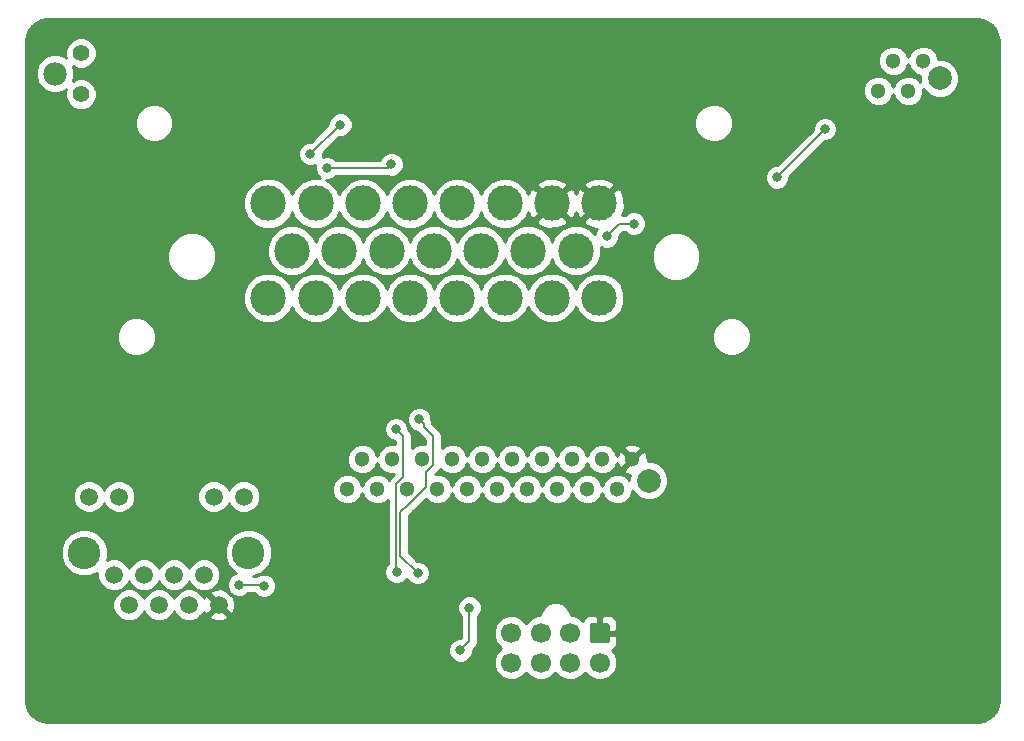
<source format=gbl>
G04 #@! TF.GenerationSoftware,KiCad,Pcbnew,5.0.2-bee76a0~70~ubuntu18.04.1*
G04 #@! TF.CreationDate,2019-02-11T21:24:03-05:00*
G04 #@! TF.ProjectId,interface,696e7465-7266-4616-9365-2e6b69636164,rev?*
G04 #@! TF.SameCoordinates,Original*
G04 #@! TF.FileFunction,Copper,L2,Bot*
G04 #@! TF.FilePolarity,Positive*
%FSLAX46Y46*%
G04 Gerber Fmt 4.6, Leading zero omitted, Abs format (unit mm)*
G04 Created by KiCad (PCBNEW 5.0.2-bee76a0~70~ubuntu18.04.1) date Mon 11 Feb 2019 09:24:03 PM EST*
%MOMM*%
%LPD*%
G01*
G04 APERTURE LIST*
G04 #@! TA.AperFunction,ComponentPad*
%ADD10C,2.750000*%
G04 #@! TD*
G04 #@! TA.AperFunction,ComponentPad*
%ADD11C,1.500000*%
G04 #@! TD*
G04 #@! TA.AperFunction,ComponentPad*
%ADD12C,1.981000*%
G04 #@! TD*
G04 #@! TA.AperFunction,ComponentPad*
%ADD13C,1.397000*%
G04 #@! TD*
G04 #@! TA.AperFunction,ComponentPad*
%ADD14C,1.700000*%
G04 #@! TD*
G04 #@! TA.AperFunction,Conductor*
%ADD15C,0.076200*%
G04 #@! TD*
G04 #@! TA.AperFunction,ComponentPad*
%ADD16C,3.000000*%
G04 #@! TD*
G04 #@! TA.AperFunction,ComponentPad*
%ADD17C,2.000000*%
G04 #@! TD*
G04 #@! TA.AperFunction,ComponentPad*
%ADD18C,1.300000*%
G04 #@! TD*
G04 #@! TA.AperFunction,ViaPad*
%ADD19C,0.800000*%
G04 #@! TD*
G04 #@! TA.AperFunction,Conductor*
%ADD20C,0.152400*%
G04 #@! TD*
G04 #@! TA.AperFunction,Conductor*
%ADD21C,0.254000*%
G04 #@! TD*
G04 APERTURE END LIST*
D10*
G04 #@! TO.P,U1,14*
G04 #@! TO.N,Net-(U1-Pad14)*
X33166000Y-112954000D03*
G04 #@! TO.P,U1,13*
G04 #@! TO.N,Net-(U1-Pad13)*
X19266000Y-112954000D03*
D11*
G04 #@! TO.P,U1,8*
G04 #@! TO.N,/GND*
X30656000Y-117374000D03*
G04 #@! TO.P,U1,6*
G04 #@! TO.N,/MOSI*
X28116000Y-117374000D03*
G04 #@! TO.P,U1,4*
G04 #@! TO.N,/SCK*
X25576000Y-117374000D03*
G04 #@! TO.P,U1,2*
G04 #@! TO.N,/CANH*
X23036000Y-117374000D03*
G04 #@! TO.P,U1,7*
G04 #@! TO.N,Net-(U1-Pad7)*
X29386000Y-114834000D03*
G04 #@! TO.P,U1,5*
G04 #@! TO.N,/MISO*
X26846000Y-114834000D03*
G04 #@! TO.P,U1,3*
G04 #@! TO.N,/RESET*
X24306000Y-114834000D03*
G04 #@! TO.P,U1,1*
G04 #@! TO.N,/CANL*
X21766000Y-114834000D03*
G04 #@! TO.P,U1,10*
G04 #@! TO.N,/LED1*
X30226000Y-108204000D03*
G04 #@! TO.P,U1,9*
G04 #@! TO.N,Net-(U1-Pad9)*
X32766000Y-108204000D03*
G04 #@! TO.P,U1,11*
G04 #@! TO.N,Net-(U1-Pad11)*
X22206000Y-108204000D03*
G04 #@! TO.P,U1,12*
G04 #@! TO.N,/LED2*
X19666000Y-108204000D03*
G04 #@! TD*
D12*
G04 #@! TO.P,J1,*
G04 #@! TO.N,*
X16764000Y-72390000D03*
D13*
G04 #@! TO.P,J1,1*
G04 #@! TO.N,/ESTOP->HVD*
X18994000Y-70640000D03*
G04 #@! TO.P,J1,2*
G04 #@! TO.N,/BOTS->ESTOP*
X18994000Y-74140000D03*
G04 #@! TD*
D14*
G04 #@! TO.P,J2,8*
G04 #@! TO.N,Net-(J2-Pad8)*
X55412000Y-122261000D03*
G04 #@! TO.P,J2,7*
G04 #@! TO.N,/Drive_Select-*
X57912000Y-122261000D03*
G04 #@! TO.P,J2,6*
G04 #@! TO.N,/Drive_Select_Sense*
X60412000Y-122261000D03*
G04 #@! TO.P,J2,5*
G04 #@! TO.N,/Drive_Select+*
X62912000Y-122261000D03*
G04 #@! TO.P,J2,4*
G04 #@! TO.N,/SCL*
X55412000Y-119761000D03*
G04 #@! TO.P,J2,3*
G04 #@! TO.N,/SDA*
X57912000Y-119761000D03*
G04 #@! TO.P,J2,2*
G04 #@! TO.N,/5V*
X60412000Y-119761000D03*
D15*
G04 #@! TD*
G04 #@! TO.N,/GND*
G04 #@! TO.C,J2*
G36*
X63536504Y-118912204D02*
X63560773Y-118915804D01*
X63584571Y-118921765D01*
X63607671Y-118930030D01*
X63629849Y-118940520D01*
X63650893Y-118953133D01*
X63670598Y-118967747D01*
X63688777Y-118984223D01*
X63705253Y-119002402D01*
X63719867Y-119022107D01*
X63732480Y-119043151D01*
X63742970Y-119065329D01*
X63751235Y-119088429D01*
X63757196Y-119112227D01*
X63760796Y-119136496D01*
X63762000Y-119161000D01*
X63762000Y-120361000D01*
X63760796Y-120385504D01*
X63757196Y-120409773D01*
X63751235Y-120433571D01*
X63742970Y-120456671D01*
X63732480Y-120478849D01*
X63719867Y-120499893D01*
X63705253Y-120519598D01*
X63688777Y-120537777D01*
X63670598Y-120554253D01*
X63650893Y-120568867D01*
X63629849Y-120581480D01*
X63607671Y-120591970D01*
X63584571Y-120600235D01*
X63560773Y-120606196D01*
X63536504Y-120609796D01*
X63512000Y-120611000D01*
X62312000Y-120611000D01*
X62287496Y-120609796D01*
X62263227Y-120606196D01*
X62239429Y-120600235D01*
X62216329Y-120591970D01*
X62194151Y-120581480D01*
X62173107Y-120568867D01*
X62153402Y-120554253D01*
X62135223Y-120537777D01*
X62118747Y-120519598D01*
X62104133Y-120499893D01*
X62091520Y-120478849D01*
X62081030Y-120456671D01*
X62072765Y-120433571D01*
X62066804Y-120409773D01*
X62063204Y-120385504D01*
X62062000Y-120361000D01*
X62062000Y-119161000D01*
X62063204Y-119136496D01*
X62066804Y-119112227D01*
X62072765Y-119088429D01*
X62081030Y-119065329D01*
X62091520Y-119043151D01*
X62104133Y-119022107D01*
X62118747Y-119002402D01*
X62135223Y-118984223D01*
X62153402Y-118967747D01*
X62173107Y-118953133D01*
X62194151Y-118940520D01*
X62216329Y-118930030D01*
X62239429Y-118921765D01*
X62263227Y-118915804D01*
X62287496Y-118912204D01*
X62312000Y-118911000D01*
X63512000Y-118911000D01*
X63536504Y-118912204D01*
X63536504Y-118912204D01*
G37*
D14*
G04 #@! TO.P,J2,1*
G04 #@! TO.N,/GND*
X62912000Y-119761000D03*
G04 #@! TD*
D16*
G04 #@! TO.P,J3,1*
G04 #@! TO.N,/GND*
X62863500Y-83376500D03*
G04 #@! TO.P,J3,9*
G04 #@! TO.N,/CANH*
X60863500Y-87376500D03*
G04 #@! TO.P,J3,16*
G04 #@! TO.N,/CANL*
X62863500Y-91376500D03*
G04 #@! TO.P,J3,2*
G04 #@! TO.N,/GND*
X58863500Y-83376500D03*
G04 #@! TO.P,J3,3*
G04 #@! TO.N,/12V*
X54863500Y-83376500D03*
G04 #@! TO.P,J3,5*
G04 #@! TO.N,/ESTOP->HVD*
X46863500Y-83376500D03*
G04 #@! TO.P,J3,4*
G04 #@! TO.N,/12V*
X50863500Y-83376500D03*
G04 #@! TO.P,J3,6*
G04 #@! TO.N,/BOTS->ESTOP*
X42863500Y-83376500D03*
G04 #@! TO.P,J3,7*
G04 #@! TO.N,/IS->BOTS*
X38863500Y-83376500D03*
G04 #@! TO.P,J3,8*
X34863500Y-83376500D03*
G04 #@! TO.P,J3,15*
G04 #@! TO.N,/BSPD->IS*
X36863500Y-87376500D03*
G04 #@! TO.P,J3,14*
X40863500Y-87376500D03*
G04 #@! TO.P,J3,12*
G04 #@! TO.N,/SCL*
X48863500Y-87376500D03*
G04 #@! TO.P,J3,13*
G04 #@! TO.N,/SDA*
X44863500Y-87376500D03*
G04 #@! TO.P,J3,11*
G04 #@! TO.N,/RTD_LSD_GND*
X52863500Y-87376500D03*
G04 #@! TO.P,J3,10*
G04 #@! TO.N,/CANH*
X56863500Y-87376500D03*
G04 #@! TO.P,J3,22*
G04 #@! TO.N,/Throttle2_Sense*
X38863500Y-91376500D03*
G04 #@! TO.P,J3,21*
G04 #@! TO.N,/Throttle2+*
X42863500Y-91376500D03*
G04 #@! TO.P,J3,20*
G04 #@! TO.N,/Throttle1-*
X46863500Y-91376500D03*
G04 #@! TO.P,J3,19*
G04 #@! TO.N,/Throttle1_Sense*
X50863500Y-91376500D03*
G04 #@! TO.P,J3,18*
G04 #@! TO.N,/Throttle1+*
X54863500Y-91376500D03*
G04 #@! TO.P,J3,17*
G04 #@! TO.N,/CANL*
X58863500Y-91376500D03*
G04 #@! TO.P,J3,23*
G04 #@! TO.N,/Throttle2-*
X34863500Y-91376500D03*
G04 #@! TD*
D17*
G04 #@! TO.P,J4,5*
G04 #@! TO.N,N/C*
X91697000Y-72810500D03*
D18*
G04 #@! TO.P,J4,4*
G04 #@! TO.N,/RTD_LSD_GND*
X86487000Y-73850500D03*
G04 #@! TO.P,J4,2*
G04 #@! TO.N,/IS->BOTS*
X89027000Y-73850500D03*
G04 #@! TO.P,J4,1*
G04 #@! TO.N,/BOTS->ESTOP*
X90297000Y-71310500D03*
G04 #@! TO.P,J4,3*
G04 #@! TO.N,/ESTOP->HVD*
X87757000Y-71310500D03*
G04 #@! TD*
G04 #@! TO.P,J5,5*
G04 #@! TO.N,/Drive_Select-*
X60579000Y-105048500D03*
G04 #@! TO.P,J5,3*
G04 #@! TO.N,/Drive_Select+*
X63119000Y-105048500D03*
G04 #@! TO.P,J5,1*
G04 #@! TO.N,/GND*
X65659000Y-105048500D03*
G04 #@! TO.P,J5,7*
G04 #@! TO.N,/MOSI*
X58039000Y-105048500D03*
G04 #@! TO.P,J5,2*
G04 #@! TO.N,/12V*
X64389000Y-107588500D03*
G04 #@! TO.P,J5,4*
G04 #@! TO.N,/Drive_Select_Sense*
X61849000Y-107588500D03*
G04 #@! TO.P,J5,6*
G04 #@! TO.N,/5V*
X59309000Y-107588500D03*
G04 #@! TO.P,J5,8*
G04 #@! TO.N,/MISO*
X56769000Y-107588500D03*
G04 #@! TO.P,J5,9*
G04 #@! TO.N,/SCK*
X55499000Y-105048500D03*
G04 #@! TO.P,J5,10*
G04 #@! TO.N,/RESET*
X54229000Y-107588500D03*
G04 #@! TO.P,J5,11*
G04 #@! TO.N,/CANH*
X52959000Y-105048500D03*
G04 #@! TO.P,J5,12*
G04 #@! TO.N,/CANL*
X51689000Y-107588500D03*
G04 #@! TO.P,J5,13*
G04 #@! TO.N,/Throttle1+*
X50419000Y-105048500D03*
G04 #@! TO.P,J5,14*
G04 #@! TO.N,/Throttle1_Sense*
X49149000Y-107588500D03*
G04 #@! TO.P,J5,15*
G04 #@! TO.N,/Throttle1-*
X47879000Y-105048500D03*
G04 #@! TO.P,J5,16*
G04 #@! TO.N,/Throttle2+*
X46609000Y-107588500D03*
G04 #@! TO.P,J5,17*
G04 #@! TO.N,/Throttle2_Sense*
X45339000Y-105048500D03*
G04 #@! TO.P,J5,18*
G04 #@! TO.N,/Throttle2-*
X44069000Y-107588500D03*
G04 #@! TO.P,J5,19*
G04 #@! TO.N,/LED1*
X42799000Y-105048500D03*
G04 #@! TO.P,J5,20*
G04 #@! TO.N,/LED2*
X41529000Y-107588500D03*
D17*
G04 #@! TO.P,J5,21*
G04 #@! TO.N,N/C*
X67059000Y-106848500D03*
G04 #@! TD*
D19*
G04 #@! TO.N,/BOTS->ESTOP*
X39814500Y-80391000D03*
X45275500Y-80073500D03*
G04 #@! TO.N,/SDA*
X45656500Y-102489000D03*
X45720000Y-114591339D03*
G04 #@! TO.N,/SCL*
X47625000Y-101663500D03*
X47498000Y-114681000D03*
G04 #@! TO.N,/Drive_Select-*
X51117500Y-121221500D03*
X51879500Y-117602000D03*
G04 #@! TO.N,/RTD_LSD_GND*
X65786000Y-85090000D03*
X63500000Y-86169500D03*
X77909667Y-81181500D03*
X81978500Y-77089000D03*
G04 #@! TO.N,/IS->BOTS*
X38417500Y-79184500D03*
X40957500Y-76708000D03*
G04 #@! TO.N,/MISO*
X32385000Y-115671599D03*
X34480500Y-115760500D03*
G04 #@! TD*
D20*
G04 #@! TO.N,/BOTS->ESTOP*
X39814500Y-80391000D02*
X44958000Y-80391000D01*
X44958000Y-80391000D02*
X45275500Y-80073500D01*
G04 #@! TO.N,/SDA*
X45682799Y-114554138D02*
X45720000Y-114591339D01*
X45682799Y-107143923D02*
X45682799Y-114554138D01*
X46265201Y-106561521D02*
X45682799Y-107143923D01*
X45656500Y-102489000D02*
X46265201Y-103097701D01*
X46265201Y-103097701D02*
X46265201Y-106561521D01*
G04 #@! TO.N,/SCL*
X46035209Y-113218209D02*
X47498000Y-114681000D01*
X46035209Y-109539791D02*
X46035209Y-113218209D01*
X46665778Y-108909222D02*
X46035209Y-109539791D01*
X47625000Y-101663500D02*
X48024999Y-102063499D01*
X48805201Y-103097701D02*
X48805201Y-105493077D01*
X46665778Y-108902500D02*
X46665778Y-108909222D01*
X48024999Y-102063499D02*
X48024999Y-102317499D01*
X48805201Y-105493077D02*
X48196500Y-106101778D01*
X48196500Y-107371778D02*
X46665778Y-108902500D01*
X48024999Y-102317499D02*
X48805201Y-103097701D01*
X48196500Y-106101778D02*
X48196500Y-107371778D01*
G04 #@! TO.N,/Drive_Select-*
X51117500Y-121221500D02*
X51879500Y-120459500D01*
X51879500Y-120459500D02*
X51879500Y-117602000D01*
G04 #@! TO.N,/RTD_LSD_GND*
X65786000Y-85090000D02*
X64579500Y-85090000D01*
X64579500Y-85090000D02*
X63500000Y-86169500D01*
X77909667Y-81181500D02*
X81978500Y-77112667D01*
X81978500Y-77112667D02*
X81978500Y-77089000D01*
G04 #@! TO.N,/IS->BOTS*
X38417500Y-79184500D02*
X40894000Y-76708000D01*
X40894000Y-76708000D02*
X40957500Y-76708000D01*
G04 #@! TO.N,/MISO*
X32385000Y-115671599D02*
X34391599Y-115671599D01*
X34391599Y-115671599D02*
X34480500Y-115760500D01*
G04 #@! TD*
D21*
G04 #@! TO.N,/GND*
G36*
X95316431Y-67853365D02*
X95735750Y-68019385D01*
X96100610Y-68284471D01*
X96388079Y-68631963D01*
X96580102Y-69040031D01*
X96671168Y-69517417D01*
X96674001Y-69607568D01*
X96674000Y-125429759D01*
X96611635Y-125923430D01*
X96445613Y-126342753D01*
X96180529Y-126707609D01*
X95833037Y-126995079D01*
X95424968Y-127187102D01*
X94947583Y-127278168D01*
X94857465Y-127281000D01*
X16175241Y-127281000D01*
X15681570Y-127218635D01*
X15262247Y-127052613D01*
X14897391Y-126787529D01*
X14609921Y-126440037D01*
X14417898Y-126031968D01*
X14326832Y-125554583D01*
X14324000Y-125464465D01*
X14324000Y-121015626D01*
X50082500Y-121015626D01*
X50082500Y-121427374D01*
X50240069Y-121807780D01*
X50531220Y-122098931D01*
X50911626Y-122256500D01*
X51323374Y-122256500D01*
X51703780Y-122098931D01*
X51994931Y-121807780D01*
X52152500Y-121427374D01*
X52152500Y-121192289D01*
X52332869Y-121011920D01*
X52392245Y-120972246D01*
X52431920Y-120912869D01*
X52431924Y-120912865D01*
X52549435Y-120736997D01*
X52549436Y-120736996D01*
X52590700Y-120529546D01*
X52590700Y-120529542D01*
X52604632Y-120459500D01*
X52590700Y-120389458D01*
X52590700Y-119465615D01*
X53927000Y-119465615D01*
X53927000Y-120056385D01*
X54153078Y-120602185D01*
X54561893Y-121011000D01*
X54153078Y-121419815D01*
X53927000Y-121965615D01*
X53927000Y-122556385D01*
X54153078Y-123102185D01*
X54570815Y-123519922D01*
X55116615Y-123746000D01*
X55707385Y-123746000D01*
X56253185Y-123519922D01*
X56662000Y-123111107D01*
X57070815Y-123519922D01*
X57616615Y-123746000D01*
X58207385Y-123746000D01*
X58753185Y-123519922D01*
X59162000Y-123111107D01*
X59570815Y-123519922D01*
X60116615Y-123746000D01*
X60707385Y-123746000D01*
X61253185Y-123519922D01*
X61662000Y-123111107D01*
X62070815Y-123519922D01*
X62616615Y-123746000D01*
X63207385Y-123746000D01*
X63753185Y-123519922D01*
X64170922Y-123102185D01*
X64397000Y-122556385D01*
X64397000Y-121965615D01*
X64170922Y-121419815D01*
X63965241Y-121214134D01*
X64121699Y-121149327D01*
X64300327Y-120970698D01*
X64397000Y-120737309D01*
X64397000Y-120046750D01*
X64238250Y-119888000D01*
X63039000Y-119888000D01*
X63039000Y-119908000D01*
X62785000Y-119908000D01*
X62785000Y-119888000D01*
X62765000Y-119888000D01*
X62765000Y-119634000D01*
X62785000Y-119634000D01*
X62785000Y-118434750D01*
X63039000Y-118434750D01*
X63039000Y-119634000D01*
X64238250Y-119634000D01*
X64397000Y-119475250D01*
X64397000Y-118784691D01*
X64300327Y-118551302D01*
X64121699Y-118372673D01*
X63888310Y-118276000D01*
X63197750Y-118276000D01*
X63039000Y-118434750D01*
X62785000Y-118434750D01*
X62626250Y-118276000D01*
X61935690Y-118276000D01*
X61702301Y-118372673D01*
X61523673Y-118551302D01*
X61458866Y-118707759D01*
X61253185Y-118502078D01*
X60707385Y-118276000D01*
X60447000Y-118276000D01*
X60447000Y-118165398D01*
X60251371Y-117693106D01*
X59889894Y-117331629D01*
X59417602Y-117136000D01*
X58906398Y-117136000D01*
X58434106Y-117331629D01*
X58072629Y-117693106D01*
X57877000Y-118165398D01*
X57877000Y-118276000D01*
X57616615Y-118276000D01*
X57070815Y-118502078D01*
X56662000Y-118910893D01*
X56253185Y-118502078D01*
X55707385Y-118276000D01*
X55116615Y-118276000D01*
X54570815Y-118502078D01*
X54153078Y-118919815D01*
X53927000Y-119465615D01*
X52590700Y-119465615D01*
X52590700Y-118354511D01*
X52756931Y-118188280D01*
X52914500Y-117807874D01*
X52914500Y-117396126D01*
X52756931Y-117015720D01*
X52465780Y-116724569D01*
X52085374Y-116567000D01*
X51673626Y-116567000D01*
X51293220Y-116724569D01*
X51002069Y-117015720D01*
X50844500Y-117396126D01*
X50844500Y-117807874D01*
X51002069Y-118188280D01*
X51168301Y-118354512D01*
X51168300Y-120164911D01*
X51146711Y-120186500D01*
X50911626Y-120186500D01*
X50531220Y-120344069D01*
X50240069Y-120635220D01*
X50082500Y-121015626D01*
X14324000Y-121015626D01*
X14324000Y-117098506D01*
X21651000Y-117098506D01*
X21651000Y-117649494D01*
X21861853Y-118158540D01*
X22251460Y-118548147D01*
X22760506Y-118759000D01*
X23311494Y-118759000D01*
X23820540Y-118548147D01*
X24210147Y-118158540D01*
X24306000Y-117927130D01*
X24401853Y-118158540D01*
X24791460Y-118548147D01*
X25300506Y-118759000D01*
X25851494Y-118759000D01*
X26360540Y-118548147D01*
X26750147Y-118158540D01*
X26846000Y-117927130D01*
X26941853Y-118158540D01*
X27331460Y-118548147D01*
X27840506Y-118759000D01*
X28391494Y-118759000D01*
X28900540Y-118548147D01*
X29103170Y-118345517D01*
X29864088Y-118345517D01*
X29932077Y-118586460D01*
X30451171Y-118771201D01*
X31001448Y-118743230D01*
X31379923Y-118586460D01*
X31447912Y-118345517D01*
X30656000Y-117553605D01*
X29864088Y-118345517D01*
X29103170Y-118345517D01*
X29290147Y-118158540D01*
X29379397Y-117943070D01*
X29443540Y-118097923D01*
X29684483Y-118165912D01*
X30476395Y-117374000D01*
X29684483Y-116582088D01*
X29443540Y-116650077D01*
X29384255Y-116816658D01*
X29290147Y-116589460D01*
X29103170Y-116402483D01*
X29864088Y-116402483D01*
X30656000Y-117194395D01*
X30670143Y-117180253D01*
X30849748Y-117359858D01*
X30835605Y-117374000D01*
X31627517Y-118165912D01*
X31868460Y-118097923D01*
X32053201Y-117578829D01*
X32025230Y-117028552D01*
X31868460Y-116650077D01*
X31627519Y-116582089D01*
X31729649Y-116479959D01*
X31798720Y-116549030D01*
X32179126Y-116706599D01*
X32590874Y-116706599D01*
X32971280Y-116549030D01*
X33137511Y-116382799D01*
X33639088Y-116382799D01*
X33894220Y-116637931D01*
X34274626Y-116795500D01*
X34686374Y-116795500D01*
X35066780Y-116637931D01*
X35357931Y-116346780D01*
X35515500Y-115966374D01*
X35515500Y-115554626D01*
X35357931Y-115174220D01*
X35066780Y-114883069D01*
X34686374Y-114725500D01*
X34274626Y-114725500D01*
X33894220Y-114883069D01*
X33816890Y-114960399D01*
X33574508Y-114960399D01*
X34304573Y-114657996D01*
X34869996Y-114092573D01*
X35176000Y-113353814D01*
X35176000Y-112554186D01*
X34869996Y-111815427D01*
X34304573Y-111250004D01*
X33565814Y-110944000D01*
X32766186Y-110944000D01*
X32027427Y-111250004D01*
X31462004Y-111815427D01*
X31156000Y-112554186D01*
X31156000Y-113353814D01*
X31462004Y-114092573D01*
X32027427Y-114657996D01*
X32077448Y-114678715D01*
X31798720Y-114794168D01*
X31507569Y-115085319D01*
X31350000Y-115465725D01*
X31350000Y-115877473D01*
X31507569Y-116257879D01*
X31550041Y-116300351D01*
X31447911Y-116402481D01*
X31379923Y-116161540D01*
X30860829Y-115976799D01*
X30310552Y-116004770D01*
X29932077Y-116161540D01*
X29864088Y-116402483D01*
X29103170Y-116402483D01*
X28900540Y-116199853D01*
X28391494Y-115989000D01*
X27840506Y-115989000D01*
X27331460Y-116199853D01*
X26941853Y-116589460D01*
X26846000Y-116820870D01*
X26750147Y-116589460D01*
X26360540Y-116199853D01*
X25851494Y-115989000D01*
X25300506Y-115989000D01*
X24791460Y-116199853D01*
X24401853Y-116589460D01*
X24306000Y-116820870D01*
X24210147Y-116589460D01*
X23820540Y-116199853D01*
X23311494Y-115989000D01*
X22760506Y-115989000D01*
X22251460Y-116199853D01*
X21861853Y-116589460D01*
X21651000Y-117098506D01*
X14324000Y-117098506D01*
X14324000Y-112554186D01*
X17256000Y-112554186D01*
X17256000Y-113353814D01*
X17562004Y-114092573D01*
X18127427Y-114657996D01*
X18866186Y-114964000D01*
X19665814Y-114964000D01*
X20381000Y-114667760D01*
X20381000Y-115109494D01*
X20591853Y-115618540D01*
X20981460Y-116008147D01*
X21490506Y-116219000D01*
X22041494Y-116219000D01*
X22550540Y-116008147D01*
X22940147Y-115618540D01*
X23036000Y-115387130D01*
X23131853Y-115618540D01*
X23521460Y-116008147D01*
X24030506Y-116219000D01*
X24581494Y-116219000D01*
X25090540Y-116008147D01*
X25480147Y-115618540D01*
X25576000Y-115387130D01*
X25671853Y-115618540D01*
X26061460Y-116008147D01*
X26570506Y-116219000D01*
X27121494Y-116219000D01*
X27630540Y-116008147D01*
X28020147Y-115618540D01*
X28116000Y-115387130D01*
X28211853Y-115618540D01*
X28601460Y-116008147D01*
X29110506Y-116219000D01*
X29661494Y-116219000D01*
X30170540Y-116008147D01*
X30560147Y-115618540D01*
X30771000Y-115109494D01*
X30771000Y-114558506D01*
X30560147Y-114049460D01*
X30170540Y-113659853D01*
X29661494Y-113449000D01*
X29110506Y-113449000D01*
X28601460Y-113659853D01*
X28211853Y-114049460D01*
X28116000Y-114280870D01*
X28020147Y-114049460D01*
X27630540Y-113659853D01*
X27121494Y-113449000D01*
X26570506Y-113449000D01*
X26061460Y-113659853D01*
X25671853Y-114049460D01*
X25576000Y-114280870D01*
X25480147Y-114049460D01*
X25090540Y-113659853D01*
X24581494Y-113449000D01*
X24030506Y-113449000D01*
X23521460Y-113659853D01*
X23131853Y-114049460D01*
X23036000Y-114280870D01*
X22940147Y-114049460D01*
X22550540Y-113659853D01*
X22041494Y-113449000D01*
X21490506Y-113449000D01*
X21183982Y-113575966D01*
X21276000Y-113353814D01*
X21276000Y-112554186D01*
X20969996Y-111815427D01*
X20404573Y-111250004D01*
X19665814Y-110944000D01*
X18866186Y-110944000D01*
X18127427Y-111250004D01*
X17562004Y-111815427D01*
X17256000Y-112554186D01*
X14324000Y-112554186D01*
X14324000Y-107928506D01*
X18281000Y-107928506D01*
X18281000Y-108479494D01*
X18491853Y-108988540D01*
X18881460Y-109378147D01*
X19390506Y-109589000D01*
X19941494Y-109589000D01*
X20450540Y-109378147D01*
X20840147Y-108988540D01*
X20936000Y-108757130D01*
X21031853Y-108988540D01*
X21421460Y-109378147D01*
X21930506Y-109589000D01*
X22481494Y-109589000D01*
X22990540Y-109378147D01*
X23380147Y-108988540D01*
X23591000Y-108479494D01*
X23591000Y-107928506D01*
X28841000Y-107928506D01*
X28841000Y-108479494D01*
X29051853Y-108988540D01*
X29441460Y-109378147D01*
X29950506Y-109589000D01*
X30501494Y-109589000D01*
X31010540Y-109378147D01*
X31400147Y-108988540D01*
X31496000Y-108757130D01*
X31591853Y-108988540D01*
X31981460Y-109378147D01*
X32490506Y-109589000D01*
X33041494Y-109589000D01*
X33550540Y-109378147D01*
X33940147Y-108988540D01*
X34151000Y-108479494D01*
X34151000Y-107928506D01*
X33940147Y-107419460D01*
X33853585Y-107332898D01*
X40244000Y-107332898D01*
X40244000Y-107844102D01*
X40439629Y-108316394D01*
X40801106Y-108677871D01*
X41273398Y-108873500D01*
X41784602Y-108873500D01*
X42256894Y-108677871D01*
X42618371Y-108316394D01*
X42799000Y-107880315D01*
X42979629Y-108316394D01*
X43341106Y-108677871D01*
X43813398Y-108873500D01*
X44324602Y-108873500D01*
X44796894Y-108677871D01*
X44971599Y-108503166D01*
X44971600Y-113876028D01*
X44842569Y-114005059D01*
X44685000Y-114385465D01*
X44685000Y-114797213D01*
X44842569Y-115177619D01*
X45133720Y-115468770D01*
X45514126Y-115626339D01*
X45925874Y-115626339D01*
X46306280Y-115468770D01*
X46587531Y-115187519D01*
X46620569Y-115267280D01*
X46911720Y-115558431D01*
X47292126Y-115716000D01*
X47703874Y-115716000D01*
X48084280Y-115558431D01*
X48375431Y-115267280D01*
X48533000Y-114886874D01*
X48533000Y-114475126D01*
X48375431Y-114094720D01*
X48084280Y-113803569D01*
X47703874Y-113646000D01*
X47468789Y-113646000D01*
X46746409Y-112923621D01*
X46746409Y-109834379D01*
X47119147Y-109461642D01*
X47178524Y-109421967D01*
X47218198Y-109362591D01*
X47218202Y-109362587D01*
X47231740Y-109342326D01*
X48158651Y-108415416D01*
X48421106Y-108677871D01*
X48893398Y-108873500D01*
X49404602Y-108873500D01*
X49876894Y-108677871D01*
X50238371Y-108316394D01*
X50419000Y-107880315D01*
X50599629Y-108316394D01*
X50961106Y-108677871D01*
X51433398Y-108873500D01*
X51944602Y-108873500D01*
X52416894Y-108677871D01*
X52778371Y-108316394D01*
X52959000Y-107880315D01*
X53139629Y-108316394D01*
X53501106Y-108677871D01*
X53973398Y-108873500D01*
X54484602Y-108873500D01*
X54956894Y-108677871D01*
X55318371Y-108316394D01*
X55499000Y-107880315D01*
X55679629Y-108316394D01*
X56041106Y-108677871D01*
X56513398Y-108873500D01*
X57024602Y-108873500D01*
X57496894Y-108677871D01*
X57858371Y-108316394D01*
X58039000Y-107880315D01*
X58219629Y-108316394D01*
X58581106Y-108677871D01*
X59053398Y-108873500D01*
X59564602Y-108873500D01*
X60036894Y-108677871D01*
X60398371Y-108316394D01*
X60579000Y-107880315D01*
X60759629Y-108316394D01*
X61121106Y-108677871D01*
X61593398Y-108873500D01*
X62104602Y-108873500D01*
X62576894Y-108677871D01*
X62938371Y-108316394D01*
X63119000Y-107880315D01*
X63299629Y-108316394D01*
X63661106Y-108677871D01*
X64133398Y-108873500D01*
X64644602Y-108873500D01*
X65116894Y-108677871D01*
X65478371Y-108316394D01*
X65674000Y-107844102D01*
X65674000Y-107775739D01*
X66132847Y-108234586D01*
X66733778Y-108483500D01*
X67384222Y-108483500D01*
X67985153Y-108234586D01*
X68445086Y-107774653D01*
X68694000Y-107173722D01*
X68694000Y-106523278D01*
X68445086Y-105922347D01*
X67985153Y-105462414D01*
X67384222Y-105213500D01*
X66955700Y-105213500D01*
X66927083Y-104719072D01*
X66788611Y-104384771D01*
X66558016Y-104329090D01*
X65838605Y-105048500D01*
X65852748Y-105062643D01*
X65673143Y-105242248D01*
X65659000Y-105228105D01*
X64939590Y-105947516D01*
X64995271Y-106178111D01*
X65478078Y-106346122D01*
X65497855Y-106344977D01*
X65424000Y-106523278D01*
X65424000Y-106806235D01*
X65116894Y-106499129D01*
X64644602Y-106303500D01*
X64133398Y-106303500D01*
X63661106Y-106499129D01*
X63299629Y-106860606D01*
X63119000Y-107296685D01*
X62938371Y-106860606D01*
X62576894Y-106499129D01*
X62104602Y-106303500D01*
X61593398Y-106303500D01*
X61121106Y-106499129D01*
X60759629Y-106860606D01*
X60579000Y-107296685D01*
X60398371Y-106860606D01*
X60036894Y-106499129D01*
X59564602Y-106303500D01*
X59053398Y-106303500D01*
X58581106Y-106499129D01*
X58219629Y-106860606D01*
X58039000Y-107296685D01*
X57858371Y-106860606D01*
X57496894Y-106499129D01*
X57024602Y-106303500D01*
X56513398Y-106303500D01*
X56041106Y-106499129D01*
X55679629Y-106860606D01*
X55499000Y-107296685D01*
X55318371Y-106860606D01*
X54956894Y-106499129D01*
X54484602Y-106303500D01*
X53973398Y-106303500D01*
X53501106Y-106499129D01*
X53139629Y-106860606D01*
X52959000Y-107296685D01*
X52778371Y-106860606D01*
X52416894Y-106499129D01*
X51944602Y-106303500D01*
X51433398Y-106303500D01*
X50961106Y-106499129D01*
X50599629Y-106860606D01*
X50419000Y-107296685D01*
X50238371Y-106860606D01*
X49876894Y-106499129D01*
X49404602Y-106303500D01*
X49000566Y-106303500D01*
X49258568Y-106045499D01*
X49317947Y-106005823D01*
X49357623Y-105946444D01*
X49357625Y-105946442D01*
X49414523Y-105861288D01*
X49691106Y-106137871D01*
X50163398Y-106333500D01*
X50674602Y-106333500D01*
X51146894Y-106137871D01*
X51508371Y-105776394D01*
X51689000Y-105340315D01*
X51869629Y-105776394D01*
X52231106Y-106137871D01*
X52703398Y-106333500D01*
X53214602Y-106333500D01*
X53686894Y-106137871D01*
X54048371Y-105776394D01*
X54229000Y-105340315D01*
X54409629Y-105776394D01*
X54771106Y-106137871D01*
X55243398Y-106333500D01*
X55754602Y-106333500D01*
X56226894Y-106137871D01*
X56588371Y-105776394D01*
X56769000Y-105340315D01*
X56949629Y-105776394D01*
X57311106Y-106137871D01*
X57783398Y-106333500D01*
X58294602Y-106333500D01*
X58766894Y-106137871D01*
X59128371Y-105776394D01*
X59309000Y-105340315D01*
X59489629Y-105776394D01*
X59851106Y-106137871D01*
X60323398Y-106333500D01*
X60834602Y-106333500D01*
X61306894Y-106137871D01*
X61668371Y-105776394D01*
X61849000Y-105340315D01*
X62029629Y-105776394D01*
X62391106Y-106137871D01*
X62863398Y-106333500D01*
X63374602Y-106333500D01*
X63846894Y-106137871D01*
X64208371Y-105776394D01*
X64388772Y-105340866D01*
X64390917Y-105377928D01*
X64529389Y-105712229D01*
X64759984Y-105767910D01*
X65479395Y-105048500D01*
X64759984Y-104329090D01*
X64529389Y-104384771D01*
X64394960Y-104771074D01*
X64208371Y-104320606D01*
X64037249Y-104149484D01*
X64939590Y-104149484D01*
X65659000Y-104868895D01*
X66378410Y-104149484D01*
X66322729Y-103918889D01*
X65839922Y-103750878D01*
X65329572Y-103780417D01*
X64995271Y-103918889D01*
X64939590Y-104149484D01*
X64037249Y-104149484D01*
X63846894Y-103959129D01*
X63374602Y-103763500D01*
X62863398Y-103763500D01*
X62391106Y-103959129D01*
X62029629Y-104320606D01*
X61849000Y-104756685D01*
X61668371Y-104320606D01*
X61306894Y-103959129D01*
X60834602Y-103763500D01*
X60323398Y-103763500D01*
X59851106Y-103959129D01*
X59489629Y-104320606D01*
X59309000Y-104756685D01*
X59128371Y-104320606D01*
X58766894Y-103959129D01*
X58294602Y-103763500D01*
X57783398Y-103763500D01*
X57311106Y-103959129D01*
X56949629Y-104320606D01*
X56769000Y-104756685D01*
X56588371Y-104320606D01*
X56226894Y-103959129D01*
X55754602Y-103763500D01*
X55243398Y-103763500D01*
X54771106Y-103959129D01*
X54409629Y-104320606D01*
X54229000Y-104756685D01*
X54048371Y-104320606D01*
X53686894Y-103959129D01*
X53214602Y-103763500D01*
X52703398Y-103763500D01*
X52231106Y-103959129D01*
X51869629Y-104320606D01*
X51689000Y-104756685D01*
X51508371Y-104320606D01*
X51146894Y-103959129D01*
X50674602Y-103763500D01*
X50163398Y-103763500D01*
X49691106Y-103959129D01*
X49516401Y-104133834D01*
X49516401Y-103167742D01*
X49530333Y-103097700D01*
X49516401Y-103027656D01*
X49516401Y-103027655D01*
X49475137Y-102820205D01*
X49454040Y-102788631D01*
X49357625Y-102644336D01*
X49357621Y-102644332D01*
X49317946Y-102584955D01*
X49258570Y-102545281D01*
X48743512Y-102030224D01*
X48736199Y-101993457D01*
X48736199Y-101993453D01*
X48694935Y-101786003D01*
X48660000Y-101733720D01*
X48660000Y-101457626D01*
X48502431Y-101077220D01*
X48211280Y-100786069D01*
X47830874Y-100628500D01*
X47419126Y-100628500D01*
X47038720Y-100786069D01*
X46747569Y-101077220D01*
X46590000Y-101457626D01*
X46590000Y-101869374D01*
X46747569Y-102249780D01*
X47038720Y-102540931D01*
X47419126Y-102698500D01*
X47424224Y-102698500D01*
X47472575Y-102770863D01*
X47472577Y-102770865D01*
X47512254Y-102830245D01*
X47571633Y-102869921D01*
X48094001Y-103392290D01*
X48094001Y-103763500D01*
X47623398Y-103763500D01*
X47151106Y-103959129D01*
X46976401Y-104133834D01*
X46976401Y-103167742D01*
X46990333Y-103097700D01*
X46976401Y-103027656D01*
X46976401Y-103027655D01*
X46935137Y-102820205D01*
X46914040Y-102788631D01*
X46817625Y-102644336D01*
X46817621Y-102644332D01*
X46777946Y-102584955D01*
X46718570Y-102545281D01*
X46691500Y-102518211D01*
X46691500Y-102283126D01*
X46533931Y-101902720D01*
X46242780Y-101611569D01*
X45862374Y-101454000D01*
X45450626Y-101454000D01*
X45070220Y-101611569D01*
X44779069Y-101902720D01*
X44621500Y-102283126D01*
X44621500Y-102694874D01*
X44779069Y-103075280D01*
X45070220Y-103366431D01*
X45450626Y-103524000D01*
X45554001Y-103524000D01*
X45554001Y-103763500D01*
X45083398Y-103763500D01*
X44611106Y-103959129D01*
X44249629Y-104320606D01*
X44069000Y-104756685D01*
X43888371Y-104320606D01*
X43526894Y-103959129D01*
X43054602Y-103763500D01*
X42543398Y-103763500D01*
X42071106Y-103959129D01*
X41709629Y-104320606D01*
X41514000Y-104792898D01*
X41514000Y-105304102D01*
X41709629Y-105776394D01*
X42071106Y-106137871D01*
X42543398Y-106333500D01*
X43054602Y-106333500D01*
X43526894Y-106137871D01*
X43888371Y-105776394D01*
X44069000Y-105340315D01*
X44249629Y-105776394D01*
X44611106Y-106137871D01*
X45083398Y-106333500D01*
X45487433Y-106333500D01*
X45229432Y-106591501D01*
X45170053Y-106631178D01*
X45130377Y-106690557D01*
X45130375Y-106690559D01*
X45076150Y-106771713D01*
X45073478Y-106775713D01*
X44796894Y-106499129D01*
X44324602Y-106303500D01*
X43813398Y-106303500D01*
X43341106Y-106499129D01*
X42979629Y-106860606D01*
X42799000Y-107296685D01*
X42618371Y-106860606D01*
X42256894Y-106499129D01*
X41784602Y-106303500D01*
X41273398Y-106303500D01*
X40801106Y-106499129D01*
X40439629Y-106860606D01*
X40244000Y-107332898D01*
X33853585Y-107332898D01*
X33550540Y-107029853D01*
X33041494Y-106819000D01*
X32490506Y-106819000D01*
X31981460Y-107029853D01*
X31591853Y-107419460D01*
X31496000Y-107650870D01*
X31400147Y-107419460D01*
X31010540Y-107029853D01*
X30501494Y-106819000D01*
X29950506Y-106819000D01*
X29441460Y-107029853D01*
X29051853Y-107419460D01*
X28841000Y-107928506D01*
X23591000Y-107928506D01*
X23380147Y-107419460D01*
X22990540Y-107029853D01*
X22481494Y-106819000D01*
X21930506Y-106819000D01*
X21421460Y-107029853D01*
X21031853Y-107419460D01*
X20936000Y-107650870D01*
X20840147Y-107419460D01*
X20450540Y-107029853D01*
X19941494Y-106819000D01*
X19390506Y-106819000D01*
X18881460Y-107029853D01*
X18491853Y-107419460D01*
X18281000Y-107928506D01*
X14324000Y-107928506D01*
X14324000Y-94351278D01*
X22028500Y-94351278D01*
X22028500Y-95001722D01*
X22277414Y-95602653D01*
X22737347Y-96062586D01*
X23338278Y-96311500D01*
X23988722Y-96311500D01*
X24589653Y-96062586D01*
X25049586Y-95602653D01*
X25298500Y-95001722D01*
X25298500Y-94351278D01*
X72428500Y-94351278D01*
X72428500Y-95001722D01*
X72677414Y-95602653D01*
X73137347Y-96062586D01*
X73738278Y-96311500D01*
X74388722Y-96311500D01*
X74989653Y-96062586D01*
X75449586Y-95602653D01*
X75698500Y-95001722D01*
X75698500Y-94351278D01*
X75449586Y-93750347D01*
X74989653Y-93290414D01*
X74388722Y-93041500D01*
X73738278Y-93041500D01*
X73137347Y-93290414D01*
X72677414Y-93750347D01*
X72428500Y-94351278D01*
X25298500Y-94351278D01*
X25049586Y-93750347D01*
X24589653Y-93290414D01*
X23988722Y-93041500D01*
X23338278Y-93041500D01*
X22737347Y-93290414D01*
X22277414Y-93750347D01*
X22028500Y-94351278D01*
X14324000Y-94351278D01*
X14324000Y-90951822D01*
X32728500Y-90951822D01*
X32728500Y-91801178D01*
X33053534Y-92585880D01*
X33654120Y-93186466D01*
X34438822Y-93511500D01*
X35288178Y-93511500D01*
X36072880Y-93186466D01*
X36673466Y-92585880D01*
X36863500Y-92127097D01*
X37053534Y-92585880D01*
X37654120Y-93186466D01*
X38438822Y-93511500D01*
X39288178Y-93511500D01*
X40072880Y-93186466D01*
X40673466Y-92585880D01*
X40863500Y-92127097D01*
X41053534Y-92585880D01*
X41654120Y-93186466D01*
X42438822Y-93511500D01*
X43288178Y-93511500D01*
X44072880Y-93186466D01*
X44673466Y-92585880D01*
X44863500Y-92127097D01*
X45053534Y-92585880D01*
X45654120Y-93186466D01*
X46438822Y-93511500D01*
X47288178Y-93511500D01*
X48072880Y-93186466D01*
X48673466Y-92585880D01*
X48863500Y-92127097D01*
X49053534Y-92585880D01*
X49654120Y-93186466D01*
X50438822Y-93511500D01*
X51288178Y-93511500D01*
X52072880Y-93186466D01*
X52673466Y-92585880D01*
X52863500Y-92127097D01*
X53053534Y-92585880D01*
X53654120Y-93186466D01*
X54438822Y-93511500D01*
X55288178Y-93511500D01*
X56072880Y-93186466D01*
X56673466Y-92585880D01*
X56863500Y-92127097D01*
X57053534Y-92585880D01*
X57654120Y-93186466D01*
X58438822Y-93511500D01*
X59288178Y-93511500D01*
X60072880Y-93186466D01*
X60673466Y-92585880D01*
X60863500Y-92127097D01*
X61053534Y-92585880D01*
X61654120Y-93186466D01*
X62438822Y-93511500D01*
X63288178Y-93511500D01*
X64072880Y-93186466D01*
X64673466Y-92585880D01*
X64998500Y-91801178D01*
X64998500Y-90951822D01*
X64673466Y-90167120D01*
X64072880Y-89566534D01*
X63288178Y-89241500D01*
X62438822Y-89241500D01*
X61654120Y-89566534D01*
X61053534Y-90167120D01*
X60863500Y-90625903D01*
X60673466Y-90167120D01*
X60072880Y-89566534D01*
X59288178Y-89241500D01*
X58438822Y-89241500D01*
X57654120Y-89566534D01*
X57053534Y-90167120D01*
X56863500Y-90625903D01*
X56673466Y-90167120D01*
X56072880Y-89566534D01*
X55288178Y-89241500D01*
X54438822Y-89241500D01*
X53654120Y-89566534D01*
X53053534Y-90167120D01*
X52863500Y-90625903D01*
X52673466Y-90167120D01*
X52072880Y-89566534D01*
X51288178Y-89241500D01*
X50438822Y-89241500D01*
X49654120Y-89566534D01*
X49053534Y-90167120D01*
X48863500Y-90625903D01*
X48673466Y-90167120D01*
X48072880Y-89566534D01*
X47288178Y-89241500D01*
X46438822Y-89241500D01*
X45654120Y-89566534D01*
X45053534Y-90167120D01*
X44863500Y-90625903D01*
X44673466Y-90167120D01*
X44072880Y-89566534D01*
X43288178Y-89241500D01*
X42438822Y-89241500D01*
X41654120Y-89566534D01*
X41053534Y-90167120D01*
X40863500Y-90625903D01*
X40673466Y-90167120D01*
X40072880Y-89566534D01*
X39288178Y-89241500D01*
X38438822Y-89241500D01*
X37654120Y-89566534D01*
X37053534Y-90167120D01*
X36863500Y-90625903D01*
X36673466Y-90167120D01*
X36072880Y-89566534D01*
X35288178Y-89241500D01*
X34438822Y-89241500D01*
X33654120Y-89566534D01*
X33053534Y-90167120D01*
X32728500Y-90951822D01*
X14324000Y-90951822D01*
X14324000Y-87466740D01*
X26303500Y-87466740D01*
X26303500Y-88286260D01*
X26617116Y-89043396D01*
X27196604Y-89622884D01*
X27953740Y-89936500D01*
X28773260Y-89936500D01*
X29530396Y-89622884D01*
X30109884Y-89043396D01*
X30423500Y-88286260D01*
X30423500Y-87466740D01*
X30210214Y-86951822D01*
X34728500Y-86951822D01*
X34728500Y-87801178D01*
X35053534Y-88585880D01*
X35654120Y-89186466D01*
X36438822Y-89511500D01*
X37288178Y-89511500D01*
X38072880Y-89186466D01*
X38673466Y-88585880D01*
X38863500Y-88127097D01*
X39053534Y-88585880D01*
X39654120Y-89186466D01*
X40438822Y-89511500D01*
X41288178Y-89511500D01*
X42072880Y-89186466D01*
X42673466Y-88585880D01*
X42863500Y-88127097D01*
X43053534Y-88585880D01*
X43654120Y-89186466D01*
X44438822Y-89511500D01*
X45288178Y-89511500D01*
X46072880Y-89186466D01*
X46673466Y-88585880D01*
X46863500Y-88127097D01*
X47053534Y-88585880D01*
X47654120Y-89186466D01*
X48438822Y-89511500D01*
X49288178Y-89511500D01*
X50072880Y-89186466D01*
X50673466Y-88585880D01*
X50863500Y-88127097D01*
X51053534Y-88585880D01*
X51654120Y-89186466D01*
X52438822Y-89511500D01*
X53288178Y-89511500D01*
X54072880Y-89186466D01*
X54673466Y-88585880D01*
X54863500Y-88127097D01*
X55053534Y-88585880D01*
X55654120Y-89186466D01*
X56438822Y-89511500D01*
X57288178Y-89511500D01*
X58072880Y-89186466D01*
X58673466Y-88585880D01*
X58863500Y-88127097D01*
X59053534Y-88585880D01*
X59654120Y-89186466D01*
X60438822Y-89511500D01*
X61288178Y-89511500D01*
X62072880Y-89186466D01*
X62673466Y-88585880D01*
X62998500Y-87801178D01*
X62998500Y-87466740D01*
X67303500Y-87466740D01*
X67303500Y-88286260D01*
X67617116Y-89043396D01*
X68196604Y-89622884D01*
X68953740Y-89936500D01*
X69773260Y-89936500D01*
X70530396Y-89622884D01*
X71109884Y-89043396D01*
X71423500Y-88286260D01*
X71423500Y-87466740D01*
X71109884Y-86709604D01*
X70530396Y-86130116D01*
X69773260Y-85816500D01*
X68953740Y-85816500D01*
X68196604Y-86130116D01*
X67617116Y-86709604D01*
X67303500Y-87466740D01*
X62998500Y-87466740D01*
X62998500Y-87082048D01*
X63294126Y-87204500D01*
X63705874Y-87204500D01*
X64086280Y-87046931D01*
X64377431Y-86755780D01*
X64535000Y-86375374D01*
X64535000Y-86140288D01*
X64874089Y-85801200D01*
X65033489Y-85801200D01*
X65199720Y-85967431D01*
X65580126Y-86125000D01*
X65991874Y-86125000D01*
X66372280Y-85967431D01*
X66663431Y-85676280D01*
X66821000Y-85295874D01*
X66821000Y-84884126D01*
X66663431Y-84503720D01*
X66372280Y-84212569D01*
X65991874Y-84055000D01*
X65580126Y-84055000D01*
X65199720Y-84212569D01*
X65033489Y-84378800D01*
X64763774Y-84378800D01*
X65006223Y-83760313D01*
X64989997Y-82911113D01*
X64696239Y-82201918D01*
X64377470Y-82042135D01*
X63043105Y-83376500D01*
X63057248Y-83390643D01*
X62877643Y-83570248D01*
X62863500Y-83556105D01*
X61529135Y-84890470D01*
X61688918Y-85209239D01*
X62479687Y-85519223D01*
X62690596Y-85515193D01*
X62622569Y-85583220D01*
X62466456Y-85960110D01*
X62072880Y-85566534D01*
X61288178Y-85241500D01*
X60438822Y-85241500D01*
X59654120Y-85566534D01*
X59053534Y-86167120D01*
X58863500Y-86625903D01*
X58673466Y-86167120D01*
X58072880Y-85566534D01*
X57288178Y-85241500D01*
X56438822Y-85241500D01*
X55654120Y-85566534D01*
X55053534Y-86167120D01*
X54863500Y-86625903D01*
X54673466Y-86167120D01*
X54072880Y-85566534D01*
X53288178Y-85241500D01*
X52438822Y-85241500D01*
X51654120Y-85566534D01*
X51053534Y-86167120D01*
X50863500Y-86625903D01*
X50673466Y-86167120D01*
X50072880Y-85566534D01*
X49288178Y-85241500D01*
X48438822Y-85241500D01*
X47654120Y-85566534D01*
X47053534Y-86167120D01*
X46863500Y-86625903D01*
X46673466Y-86167120D01*
X46072880Y-85566534D01*
X45288178Y-85241500D01*
X44438822Y-85241500D01*
X43654120Y-85566534D01*
X43053534Y-86167120D01*
X42863500Y-86625903D01*
X42673466Y-86167120D01*
X42072880Y-85566534D01*
X41288178Y-85241500D01*
X40438822Y-85241500D01*
X39654120Y-85566534D01*
X39053534Y-86167120D01*
X38863500Y-86625903D01*
X38673466Y-86167120D01*
X38072880Y-85566534D01*
X37288178Y-85241500D01*
X36438822Y-85241500D01*
X35654120Y-85566534D01*
X35053534Y-86167120D01*
X34728500Y-86951822D01*
X30210214Y-86951822D01*
X30109884Y-86709604D01*
X29530396Y-86130116D01*
X28773260Y-85816500D01*
X27953740Y-85816500D01*
X27196604Y-86130116D01*
X26617116Y-86709604D01*
X26303500Y-87466740D01*
X14324000Y-87466740D01*
X14324000Y-82951822D01*
X32728500Y-82951822D01*
X32728500Y-83801178D01*
X33053534Y-84585880D01*
X33654120Y-85186466D01*
X34438822Y-85511500D01*
X35288178Y-85511500D01*
X36072880Y-85186466D01*
X36673466Y-84585880D01*
X36863500Y-84127097D01*
X37053534Y-84585880D01*
X37654120Y-85186466D01*
X38438822Y-85511500D01*
X39288178Y-85511500D01*
X40072880Y-85186466D01*
X40673466Y-84585880D01*
X40863500Y-84127097D01*
X41053534Y-84585880D01*
X41654120Y-85186466D01*
X42438822Y-85511500D01*
X43288178Y-85511500D01*
X44072880Y-85186466D01*
X44673466Y-84585880D01*
X44863500Y-84127097D01*
X45053534Y-84585880D01*
X45654120Y-85186466D01*
X46438822Y-85511500D01*
X47288178Y-85511500D01*
X48072880Y-85186466D01*
X48673466Y-84585880D01*
X48863500Y-84127097D01*
X49053534Y-84585880D01*
X49654120Y-85186466D01*
X50438822Y-85511500D01*
X51288178Y-85511500D01*
X52072880Y-85186466D01*
X52673466Y-84585880D01*
X52863500Y-84127097D01*
X53053534Y-84585880D01*
X53654120Y-85186466D01*
X54438822Y-85511500D01*
X55288178Y-85511500D01*
X56072880Y-85186466D01*
X56368876Y-84890470D01*
X57529135Y-84890470D01*
X57688918Y-85209239D01*
X58479687Y-85519223D01*
X59328887Y-85502997D01*
X60038082Y-85209239D01*
X60197865Y-84890470D01*
X58863500Y-83556105D01*
X57529135Y-84890470D01*
X56368876Y-84890470D01*
X56673466Y-84585880D01*
X56859320Y-84137188D01*
X57030761Y-84551082D01*
X57349530Y-84710865D01*
X58683895Y-83376500D01*
X59043105Y-83376500D01*
X60377470Y-84710865D01*
X60696239Y-84551082D01*
X60858892Y-84136154D01*
X61030761Y-84551082D01*
X61349530Y-84710865D01*
X62683895Y-83376500D01*
X61349530Y-82042135D01*
X61030761Y-82201918D01*
X60868108Y-82616846D01*
X60696239Y-82201918D01*
X60377470Y-82042135D01*
X59043105Y-83376500D01*
X58683895Y-83376500D01*
X57349530Y-82042135D01*
X57030761Y-82201918D01*
X56864043Y-82627215D01*
X56673466Y-82167120D01*
X56368876Y-81862530D01*
X57529135Y-81862530D01*
X58863500Y-83196895D01*
X60197865Y-81862530D01*
X61529135Y-81862530D01*
X62863500Y-83196895D01*
X64197865Y-81862530D01*
X64038082Y-81543761D01*
X63247313Y-81233777D01*
X62398113Y-81250003D01*
X61688918Y-81543761D01*
X61529135Y-81862530D01*
X60197865Y-81862530D01*
X60038082Y-81543761D01*
X59247313Y-81233777D01*
X58398113Y-81250003D01*
X57688918Y-81543761D01*
X57529135Y-81862530D01*
X56368876Y-81862530D01*
X56072880Y-81566534D01*
X55288178Y-81241500D01*
X54438822Y-81241500D01*
X53654120Y-81566534D01*
X53053534Y-82167120D01*
X52863500Y-82625903D01*
X52673466Y-82167120D01*
X52072880Y-81566534D01*
X51288178Y-81241500D01*
X50438822Y-81241500D01*
X49654120Y-81566534D01*
X49053534Y-82167120D01*
X48863500Y-82625903D01*
X48673466Y-82167120D01*
X48072880Y-81566534D01*
X47288178Y-81241500D01*
X46438822Y-81241500D01*
X45654120Y-81566534D01*
X45053534Y-82167120D01*
X44863500Y-82625903D01*
X44673466Y-82167120D01*
X44072880Y-81566534D01*
X43288178Y-81241500D01*
X42438822Y-81241500D01*
X41654120Y-81566534D01*
X41053534Y-82167120D01*
X40863500Y-82625903D01*
X40673466Y-82167120D01*
X40072880Y-81566534D01*
X39733601Y-81426000D01*
X40020374Y-81426000D01*
X40400780Y-81268431D01*
X40567011Y-81102200D01*
X44887959Y-81102200D01*
X44958000Y-81116132D01*
X45028041Y-81102200D01*
X45028046Y-81102200D01*
X45045861Y-81098656D01*
X45069626Y-81108500D01*
X45481374Y-81108500D01*
X45802160Y-80975626D01*
X76874667Y-80975626D01*
X76874667Y-81387374D01*
X77032236Y-81767780D01*
X77323387Y-82058931D01*
X77703793Y-82216500D01*
X78115541Y-82216500D01*
X78495947Y-82058931D01*
X78787098Y-81767780D01*
X78944667Y-81387374D01*
X78944667Y-81152288D01*
X81972956Y-78124000D01*
X82184374Y-78124000D01*
X82564780Y-77966431D01*
X82855931Y-77675280D01*
X83013500Y-77294874D01*
X83013500Y-76883126D01*
X82855931Y-76502720D01*
X82564780Y-76211569D01*
X82184374Y-76054000D01*
X81772626Y-76054000D01*
X81392220Y-76211569D01*
X81101069Y-76502720D01*
X80943500Y-76883126D01*
X80943500Y-77141878D01*
X77938879Y-80146500D01*
X77703793Y-80146500D01*
X77323387Y-80304069D01*
X77032236Y-80595220D01*
X76874667Y-80975626D01*
X45802160Y-80975626D01*
X45861780Y-80950931D01*
X46152931Y-80659780D01*
X46310500Y-80279374D01*
X46310500Y-79867626D01*
X46152931Y-79487220D01*
X45861780Y-79196069D01*
X45481374Y-79038500D01*
X45069626Y-79038500D01*
X44689220Y-79196069D01*
X44398069Y-79487220D01*
X44318300Y-79679800D01*
X40567011Y-79679800D01*
X40400780Y-79513569D01*
X40020374Y-79356000D01*
X39608626Y-79356000D01*
X39437352Y-79426944D01*
X39452500Y-79390374D01*
X39452500Y-79155288D01*
X40864789Y-77743000D01*
X41163374Y-77743000D01*
X41543780Y-77585431D01*
X41834931Y-77294280D01*
X41992500Y-76913874D01*
X41992500Y-76502126D01*
X41888596Y-76251278D01*
X70928500Y-76251278D01*
X70928500Y-76901722D01*
X71177414Y-77502653D01*
X71637347Y-77962586D01*
X72238278Y-78211500D01*
X72888722Y-78211500D01*
X73489653Y-77962586D01*
X73949586Y-77502653D01*
X74198500Y-76901722D01*
X74198500Y-76251278D01*
X73949586Y-75650347D01*
X73489653Y-75190414D01*
X72888722Y-74941500D01*
X72238278Y-74941500D01*
X71637347Y-75190414D01*
X71177414Y-75650347D01*
X70928500Y-76251278D01*
X41888596Y-76251278D01*
X41834931Y-76121720D01*
X41543780Y-75830569D01*
X41163374Y-75673000D01*
X40751626Y-75673000D01*
X40371220Y-75830569D01*
X40080069Y-76121720D01*
X39922500Y-76502126D01*
X39922500Y-76673711D01*
X38446712Y-78149500D01*
X38211626Y-78149500D01*
X37831220Y-78307069D01*
X37540069Y-78598220D01*
X37382500Y-78978626D01*
X37382500Y-79390374D01*
X37540069Y-79770780D01*
X37831220Y-80061931D01*
X38211626Y-80219500D01*
X38623374Y-80219500D01*
X38794648Y-80148556D01*
X38779500Y-80185126D01*
X38779500Y-80596874D01*
X38937069Y-80977280D01*
X39201289Y-81241500D01*
X38438822Y-81241500D01*
X37654120Y-81566534D01*
X37053534Y-82167120D01*
X36863500Y-82625903D01*
X36673466Y-82167120D01*
X36072880Y-81566534D01*
X35288178Y-81241500D01*
X34438822Y-81241500D01*
X33654120Y-81566534D01*
X33053534Y-82167120D01*
X32728500Y-82951822D01*
X14324000Y-82951822D01*
X14324000Y-76251278D01*
X23528500Y-76251278D01*
X23528500Y-76901722D01*
X23777414Y-77502653D01*
X24237347Y-77962586D01*
X24838278Y-78211500D01*
X25488722Y-78211500D01*
X26089653Y-77962586D01*
X26549586Y-77502653D01*
X26798500Y-76901722D01*
X26798500Y-76251278D01*
X26549586Y-75650347D01*
X26089653Y-75190414D01*
X25488722Y-74941500D01*
X24838278Y-74941500D01*
X24237347Y-75190414D01*
X23777414Y-75650347D01*
X23528500Y-76251278D01*
X14324000Y-76251278D01*
X14324000Y-72066668D01*
X15138500Y-72066668D01*
X15138500Y-72713332D01*
X15385968Y-73310772D01*
X15843228Y-73768032D01*
X16440668Y-74015500D01*
X17087332Y-74015500D01*
X17684772Y-73768032D01*
X17718798Y-73734006D01*
X17660500Y-73874750D01*
X17660500Y-74405250D01*
X17863513Y-74895367D01*
X18238633Y-75270487D01*
X18728750Y-75473500D01*
X19259250Y-75473500D01*
X19749367Y-75270487D01*
X20124487Y-74895367D01*
X20327500Y-74405250D01*
X20327500Y-73874750D01*
X20211582Y-73594898D01*
X85202000Y-73594898D01*
X85202000Y-74106102D01*
X85397629Y-74578394D01*
X85759106Y-74939871D01*
X86231398Y-75135500D01*
X86742602Y-75135500D01*
X87214894Y-74939871D01*
X87576371Y-74578394D01*
X87757000Y-74142315D01*
X87937629Y-74578394D01*
X88299106Y-74939871D01*
X88771398Y-75135500D01*
X89282602Y-75135500D01*
X89754894Y-74939871D01*
X90116371Y-74578394D01*
X90312000Y-74106102D01*
X90312000Y-73737739D01*
X90770847Y-74196586D01*
X91371778Y-74445500D01*
X92022222Y-74445500D01*
X92623153Y-74196586D01*
X93083086Y-73736653D01*
X93332000Y-73135722D01*
X93332000Y-72485278D01*
X93083086Y-71884347D01*
X92623153Y-71424414D01*
X92022222Y-71175500D01*
X91582000Y-71175500D01*
X91582000Y-71054898D01*
X91386371Y-70582606D01*
X91024894Y-70221129D01*
X90552602Y-70025500D01*
X90041398Y-70025500D01*
X89569106Y-70221129D01*
X89207629Y-70582606D01*
X89027000Y-71018685D01*
X88846371Y-70582606D01*
X88484894Y-70221129D01*
X88012602Y-70025500D01*
X87501398Y-70025500D01*
X87029106Y-70221129D01*
X86667629Y-70582606D01*
X86472000Y-71054898D01*
X86472000Y-71566102D01*
X86667629Y-72038394D01*
X87029106Y-72399871D01*
X87501398Y-72595500D01*
X88012602Y-72595500D01*
X88484894Y-72399871D01*
X88846371Y-72038394D01*
X89027000Y-71602315D01*
X89207629Y-72038394D01*
X89569106Y-72399871D01*
X90041398Y-72595500D01*
X90062000Y-72595500D01*
X90062000Y-73068235D01*
X89754894Y-72761129D01*
X89282602Y-72565500D01*
X88771398Y-72565500D01*
X88299106Y-72761129D01*
X87937629Y-73122606D01*
X87757000Y-73558685D01*
X87576371Y-73122606D01*
X87214894Y-72761129D01*
X86742602Y-72565500D01*
X86231398Y-72565500D01*
X85759106Y-72761129D01*
X85397629Y-73122606D01*
X85202000Y-73594898D01*
X20211582Y-73594898D01*
X20124487Y-73384633D01*
X19749367Y-73009513D01*
X19259250Y-72806500D01*
X18728750Y-72806500D01*
X18272655Y-72995421D01*
X18389500Y-72713332D01*
X18389500Y-72066668D01*
X18272655Y-71784579D01*
X18728750Y-71973500D01*
X19259250Y-71973500D01*
X19749367Y-71770487D01*
X20124487Y-71395367D01*
X20327500Y-70905250D01*
X20327500Y-70374750D01*
X20124487Y-69884633D01*
X19749367Y-69509513D01*
X19259250Y-69306500D01*
X18728750Y-69306500D01*
X18238633Y-69509513D01*
X17863513Y-69884633D01*
X17660500Y-70374750D01*
X17660500Y-70905250D01*
X17718798Y-71045994D01*
X17684772Y-71011968D01*
X17087332Y-70764500D01*
X16440668Y-70764500D01*
X15843228Y-71011968D01*
X15385968Y-71469228D01*
X15138500Y-72066668D01*
X14324000Y-72066668D01*
X14324000Y-69642240D01*
X14386365Y-69148569D01*
X14552385Y-68729250D01*
X14817471Y-68364390D01*
X15164963Y-68076921D01*
X15573031Y-67884898D01*
X16050417Y-67793832D01*
X16140536Y-67791000D01*
X94822760Y-67791000D01*
X95316431Y-67853365D01*
X95316431Y-67853365D01*
G37*
X95316431Y-67853365D02*
X95735750Y-68019385D01*
X96100610Y-68284471D01*
X96388079Y-68631963D01*
X96580102Y-69040031D01*
X96671168Y-69517417D01*
X96674001Y-69607568D01*
X96674000Y-125429759D01*
X96611635Y-125923430D01*
X96445613Y-126342753D01*
X96180529Y-126707609D01*
X95833037Y-126995079D01*
X95424968Y-127187102D01*
X94947583Y-127278168D01*
X94857465Y-127281000D01*
X16175241Y-127281000D01*
X15681570Y-127218635D01*
X15262247Y-127052613D01*
X14897391Y-126787529D01*
X14609921Y-126440037D01*
X14417898Y-126031968D01*
X14326832Y-125554583D01*
X14324000Y-125464465D01*
X14324000Y-121015626D01*
X50082500Y-121015626D01*
X50082500Y-121427374D01*
X50240069Y-121807780D01*
X50531220Y-122098931D01*
X50911626Y-122256500D01*
X51323374Y-122256500D01*
X51703780Y-122098931D01*
X51994931Y-121807780D01*
X52152500Y-121427374D01*
X52152500Y-121192289D01*
X52332869Y-121011920D01*
X52392245Y-120972246D01*
X52431920Y-120912869D01*
X52431924Y-120912865D01*
X52549435Y-120736997D01*
X52549436Y-120736996D01*
X52590700Y-120529546D01*
X52590700Y-120529542D01*
X52604632Y-120459500D01*
X52590700Y-120389458D01*
X52590700Y-119465615D01*
X53927000Y-119465615D01*
X53927000Y-120056385D01*
X54153078Y-120602185D01*
X54561893Y-121011000D01*
X54153078Y-121419815D01*
X53927000Y-121965615D01*
X53927000Y-122556385D01*
X54153078Y-123102185D01*
X54570815Y-123519922D01*
X55116615Y-123746000D01*
X55707385Y-123746000D01*
X56253185Y-123519922D01*
X56662000Y-123111107D01*
X57070815Y-123519922D01*
X57616615Y-123746000D01*
X58207385Y-123746000D01*
X58753185Y-123519922D01*
X59162000Y-123111107D01*
X59570815Y-123519922D01*
X60116615Y-123746000D01*
X60707385Y-123746000D01*
X61253185Y-123519922D01*
X61662000Y-123111107D01*
X62070815Y-123519922D01*
X62616615Y-123746000D01*
X63207385Y-123746000D01*
X63753185Y-123519922D01*
X64170922Y-123102185D01*
X64397000Y-122556385D01*
X64397000Y-121965615D01*
X64170922Y-121419815D01*
X63965241Y-121214134D01*
X64121699Y-121149327D01*
X64300327Y-120970698D01*
X64397000Y-120737309D01*
X64397000Y-120046750D01*
X64238250Y-119888000D01*
X63039000Y-119888000D01*
X63039000Y-119908000D01*
X62785000Y-119908000D01*
X62785000Y-119888000D01*
X62765000Y-119888000D01*
X62765000Y-119634000D01*
X62785000Y-119634000D01*
X62785000Y-118434750D01*
X63039000Y-118434750D01*
X63039000Y-119634000D01*
X64238250Y-119634000D01*
X64397000Y-119475250D01*
X64397000Y-118784691D01*
X64300327Y-118551302D01*
X64121699Y-118372673D01*
X63888310Y-118276000D01*
X63197750Y-118276000D01*
X63039000Y-118434750D01*
X62785000Y-118434750D01*
X62626250Y-118276000D01*
X61935690Y-118276000D01*
X61702301Y-118372673D01*
X61523673Y-118551302D01*
X61458866Y-118707759D01*
X61253185Y-118502078D01*
X60707385Y-118276000D01*
X60447000Y-118276000D01*
X60447000Y-118165398D01*
X60251371Y-117693106D01*
X59889894Y-117331629D01*
X59417602Y-117136000D01*
X58906398Y-117136000D01*
X58434106Y-117331629D01*
X58072629Y-117693106D01*
X57877000Y-118165398D01*
X57877000Y-118276000D01*
X57616615Y-118276000D01*
X57070815Y-118502078D01*
X56662000Y-118910893D01*
X56253185Y-118502078D01*
X55707385Y-118276000D01*
X55116615Y-118276000D01*
X54570815Y-118502078D01*
X54153078Y-118919815D01*
X53927000Y-119465615D01*
X52590700Y-119465615D01*
X52590700Y-118354511D01*
X52756931Y-118188280D01*
X52914500Y-117807874D01*
X52914500Y-117396126D01*
X52756931Y-117015720D01*
X52465780Y-116724569D01*
X52085374Y-116567000D01*
X51673626Y-116567000D01*
X51293220Y-116724569D01*
X51002069Y-117015720D01*
X50844500Y-117396126D01*
X50844500Y-117807874D01*
X51002069Y-118188280D01*
X51168301Y-118354512D01*
X51168300Y-120164911D01*
X51146711Y-120186500D01*
X50911626Y-120186500D01*
X50531220Y-120344069D01*
X50240069Y-120635220D01*
X50082500Y-121015626D01*
X14324000Y-121015626D01*
X14324000Y-117098506D01*
X21651000Y-117098506D01*
X21651000Y-117649494D01*
X21861853Y-118158540D01*
X22251460Y-118548147D01*
X22760506Y-118759000D01*
X23311494Y-118759000D01*
X23820540Y-118548147D01*
X24210147Y-118158540D01*
X24306000Y-117927130D01*
X24401853Y-118158540D01*
X24791460Y-118548147D01*
X25300506Y-118759000D01*
X25851494Y-118759000D01*
X26360540Y-118548147D01*
X26750147Y-118158540D01*
X26846000Y-117927130D01*
X26941853Y-118158540D01*
X27331460Y-118548147D01*
X27840506Y-118759000D01*
X28391494Y-118759000D01*
X28900540Y-118548147D01*
X29103170Y-118345517D01*
X29864088Y-118345517D01*
X29932077Y-118586460D01*
X30451171Y-118771201D01*
X31001448Y-118743230D01*
X31379923Y-118586460D01*
X31447912Y-118345517D01*
X30656000Y-117553605D01*
X29864088Y-118345517D01*
X29103170Y-118345517D01*
X29290147Y-118158540D01*
X29379397Y-117943070D01*
X29443540Y-118097923D01*
X29684483Y-118165912D01*
X30476395Y-117374000D01*
X29684483Y-116582088D01*
X29443540Y-116650077D01*
X29384255Y-116816658D01*
X29290147Y-116589460D01*
X29103170Y-116402483D01*
X29864088Y-116402483D01*
X30656000Y-117194395D01*
X30670143Y-117180253D01*
X30849748Y-117359858D01*
X30835605Y-117374000D01*
X31627517Y-118165912D01*
X31868460Y-118097923D01*
X32053201Y-117578829D01*
X32025230Y-117028552D01*
X31868460Y-116650077D01*
X31627519Y-116582089D01*
X31729649Y-116479959D01*
X31798720Y-116549030D01*
X32179126Y-116706599D01*
X32590874Y-116706599D01*
X32971280Y-116549030D01*
X33137511Y-116382799D01*
X33639088Y-116382799D01*
X33894220Y-116637931D01*
X34274626Y-116795500D01*
X34686374Y-116795500D01*
X35066780Y-116637931D01*
X35357931Y-116346780D01*
X35515500Y-115966374D01*
X35515500Y-115554626D01*
X35357931Y-115174220D01*
X35066780Y-114883069D01*
X34686374Y-114725500D01*
X34274626Y-114725500D01*
X33894220Y-114883069D01*
X33816890Y-114960399D01*
X33574508Y-114960399D01*
X34304573Y-114657996D01*
X34869996Y-114092573D01*
X35176000Y-113353814D01*
X35176000Y-112554186D01*
X34869996Y-111815427D01*
X34304573Y-111250004D01*
X33565814Y-110944000D01*
X32766186Y-110944000D01*
X32027427Y-111250004D01*
X31462004Y-111815427D01*
X31156000Y-112554186D01*
X31156000Y-113353814D01*
X31462004Y-114092573D01*
X32027427Y-114657996D01*
X32077448Y-114678715D01*
X31798720Y-114794168D01*
X31507569Y-115085319D01*
X31350000Y-115465725D01*
X31350000Y-115877473D01*
X31507569Y-116257879D01*
X31550041Y-116300351D01*
X31447911Y-116402481D01*
X31379923Y-116161540D01*
X30860829Y-115976799D01*
X30310552Y-116004770D01*
X29932077Y-116161540D01*
X29864088Y-116402483D01*
X29103170Y-116402483D01*
X28900540Y-116199853D01*
X28391494Y-115989000D01*
X27840506Y-115989000D01*
X27331460Y-116199853D01*
X26941853Y-116589460D01*
X26846000Y-116820870D01*
X26750147Y-116589460D01*
X26360540Y-116199853D01*
X25851494Y-115989000D01*
X25300506Y-115989000D01*
X24791460Y-116199853D01*
X24401853Y-116589460D01*
X24306000Y-116820870D01*
X24210147Y-116589460D01*
X23820540Y-116199853D01*
X23311494Y-115989000D01*
X22760506Y-115989000D01*
X22251460Y-116199853D01*
X21861853Y-116589460D01*
X21651000Y-117098506D01*
X14324000Y-117098506D01*
X14324000Y-112554186D01*
X17256000Y-112554186D01*
X17256000Y-113353814D01*
X17562004Y-114092573D01*
X18127427Y-114657996D01*
X18866186Y-114964000D01*
X19665814Y-114964000D01*
X20381000Y-114667760D01*
X20381000Y-115109494D01*
X20591853Y-115618540D01*
X20981460Y-116008147D01*
X21490506Y-116219000D01*
X22041494Y-116219000D01*
X22550540Y-116008147D01*
X22940147Y-115618540D01*
X23036000Y-115387130D01*
X23131853Y-115618540D01*
X23521460Y-116008147D01*
X24030506Y-116219000D01*
X24581494Y-116219000D01*
X25090540Y-116008147D01*
X25480147Y-115618540D01*
X25576000Y-115387130D01*
X25671853Y-115618540D01*
X26061460Y-116008147D01*
X26570506Y-116219000D01*
X27121494Y-116219000D01*
X27630540Y-116008147D01*
X28020147Y-115618540D01*
X28116000Y-115387130D01*
X28211853Y-115618540D01*
X28601460Y-116008147D01*
X29110506Y-116219000D01*
X29661494Y-116219000D01*
X30170540Y-116008147D01*
X30560147Y-115618540D01*
X30771000Y-115109494D01*
X30771000Y-114558506D01*
X30560147Y-114049460D01*
X30170540Y-113659853D01*
X29661494Y-113449000D01*
X29110506Y-113449000D01*
X28601460Y-113659853D01*
X28211853Y-114049460D01*
X28116000Y-114280870D01*
X28020147Y-114049460D01*
X27630540Y-113659853D01*
X27121494Y-113449000D01*
X26570506Y-113449000D01*
X26061460Y-113659853D01*
X25671853Y-114049460D01*
X25576000Y-114280870D01*
X25480147Y-114049460D01*
X25090540Y-113659853D01*
X24581494Y-113449000D01*
X24030506Y-113449000D01*
X23521460Y-113659853D01*
X23131853Y-114049460D01*
X23036000Y-114280870D01*
X22940147Y-114049460D01*
X22550540Y-113659853D01*
X22041494Y-113449000D01*
X21490506Y-113449000D01*
X21183982Y-113575966D01*
X21276000Y-113353814D01*
X21276000Y-112554186D01*
X20969996Y-111815427D01*
X20404573Y-111250004D01*
X19665814Y-110944000D01*
X18866186Y-110944000D01*
X18127427Y-111250004D01*
X17562004Y-111815427D01*
X17256000Y-112554186D01*
X14324000Y-112554186D01*
X14324000Y-107928506D01*
X18281000Y-107928506D01*
X18281000Y-108479494D01*
X18491853Y-108988540D01*
X18881460Y-109378147D01*
X19390506Y-109589000D01*
X19941494Y-109589000D01*
X20450540Y-109378147D01*
X20840147Y-108988540D01*
X20936000Y-108757130D01*
X21031853Y-108988540D01*
X21421460Y-109378147D01*
X21930506Y-109589000D01*
X22481494Y-109589000D01*
X22990540Y-109378147D01*
X23380147Y-108988540D01*
X23591000Y-108479494D01*
X23591000Y-107928506D01*
X28841000Y-107928506D01*
X28841000Y-108479494D01*
X29051853Y-108988540D01*
X29441460Y-109378147D01*
X29950506Y-109589000D01*
X30501494Y-109589000D01*
X31010540Y-109378147D01*
X31400147Y-108988540D01*
X31496000Y-108757130D01*
X31591853Y-108988540D01*
X31981460Y-109378147D01*
X32490506Y-109589000D01*
X33041494Y-109589000D01*
X33550540Y-109378147D01*
X33940147Y-108988540D01*
X34151000Y-108479494D01*
X34151000Y-107928506D01*
X33940147Y-107419460D01*
X33853585Y-107332898D01*
X40244000Y-107332898D01*
X40244000Y-107844102D01*
X40439629Y-108316394D01*
X40801106Y-108677871D01*
X41273398Y-108873500D01*
X41784602Y-108873500D01*
X42256894Y-108677871D01*
X42618371Y-108316394D01*
X42799000Y-107880315D01*
X42979629Y-108316394D01*
X43341106Y-108677871D01*
X43813398Y-108873500D01*
X44324602Y-108873500D01*
X44796894Y-108677871D01*
X44971599Y-108503166D01*
X44971600Y-113876028D01*
X44842569Y-114005059D01*
X44685000Y-114385465D01*
X44685000Y-114797213D01*
X44842569Y-115177619D01*
X45133720Y-115468770D01*
X45514126Y-115626339D01*
X45925874Y-115626339D01*
X46306280Y-115468770D01*
X46587531Y-115187519D01*
X46620569Y-115267280D01*
X46911720Y-115558431D01*
X47292126Y-115716000D01*
X47703874Y-115716000D01*
X48084280Y-115558431D01*
X48375431Y-115267280D01*
X48533000Y-114886874D01*
X48533000Y-114475126D01*
X48375431Y-114094720D01*
X48084280Y-113803569D01*
X47703874Y-113646000D01*
X47468789Y-113646000D01*
X46746409Y-112923621D01*
X46746409Y-109834379D01*
X47119147Y-109461642D01*
X47178524Y-109421967D01*
X47218198Y-109362591D01*
X47218202Y-109362587D01*
X47231740Y-109342326D01*
X48158651Y-108415416D01*
X48421106Y-108677871D01*
X48893398Y-108873500D01*
X49404602Y-108873500D01*
X49876894Y-108677871D01*
X50238371Y-108316394D01*
X50419000Y-107880315D01*
X50599629Y-108316394D01*
X50961106Y-108677871D01*
X51433398Y-108873500D01*
X51944602Y-108873500D01*
X52416894Y-108677871D01*
X52778371Y-108316394D01*
X52959000Y-107880315D01*
X53139629Y-108316394D01*
X53501106Y-108677871D01*
X53973398Y-108873500D01*
X54484602Y-108873500D01*
X54956894Y-108677871D01*
X55318371Y-108316394D01*
X55499000Y-107880315D01*
X55679629Y-108316394D01*
X56041106Y-108677871D01*
X56513398Y-108873500D01*
X57024602Y-108873500D01*
X57496894Y-108677871D01*
X57858371Y-108316394D01*
X58039000Y-107880315D01*
X58219629Y-108316394D01*
X58581106Y-108677871D01*
X59053398Y-108873500D01*
X59564602Y-108873500D01*
X60036894Y-108677871D01*
X60398371Y-108316394D01*
X60579000Y-107880315D01*
X60759629Y-108316394D01*
X61121106Y-108677871D01*
X61593398Y-108873500D01*
X62104602Y-108873500D01*
X62576894Y-108677871D01*
X62938371Y-108316394D01*
X63119000Y-107880315D01*
X63299629Y-108316394D01*
X63661106Y-108677871D01*
X64133398Y-108873500D01*
X64644602Y-108873500D01*
X65116894Y-108677871D01*
X65478371Y-108316394D01*
X65674000Y-107844102D01*
X65674000Y-107775739D01*
X66132847Y-108234586D01*
X66733778Y-108483500D01*
X67384222Y-108483500D01*
X67985153Y-108234586D01*
X68445086Y-107774653D01*
X68694000Y-107173722D01*
X68694000Y-106523278D01*
X68445086Y-105922347D01*
X67985153Y-105462414D01*
X67384222Y-105213500D01*
X66955700Y-105213500D01*
X66927083Y-104719072D01*
X66788611Y-104384771D01*
X66558016Y-104329090D01*
X65838605Y-105048500D01*
X65852748Y-105062643D01*
X65673143Y-105242248D01*
X65659000Y-105228105D01*
X64939590Y-105947516D01*
X64995271Y-106178111D01*
X65478078Y-106346122D01*
X65497855Y-106344977D01*
X65424000Y-106523278D01*
X65424000Y-106806235D01*
X65116894Y-106499129D01*
X64644602Y-106303500D01*
X64133398Y-106303500D01*
X63661106Y-106499129D01*
X63299629Y-106860606D01*
X63119000Y-107296685D01*
X62938371Y-106860606D01*
X62576894Y-106499129D01*
X62104602Y-106303500D01*
X61593398Y-106303500D01*
X61121106Y-106499129D01*
X60759629Y-106860606D01*
X60579000Y-107296685D01*
X60398371Y-106860606D01*
X60036894Y-106499129D01*
X59564602Y-106303500D01*
X59053398Y-106303500D01*
X58581106Y-106499129D01*
X58219629Y-106860606D01*
X58039000Y-107296685D01*
X57858371Y-106860606D01*
X57496894Y-106499129D01*
X57024602Y-106303500D01*
X56513398Y-106303500D01*
X56041106Y-106499129D01*
X55679629Y-106860606D01*
X55499000Y-107296685D01*
X55318371Y-106860606D01*
X54956894Y-106499129D01*
X54484602Y-106303500D01*
X53973398Y-106303500D01*
X53501106Y-106499129D01*
X53139629Y-106860606D01*
X52959000Y-107296685D01*
X52778371Y-106860606D01*
X52416894Y-106499129D01*
X51944602Y-106303500D01*
X51433398Y-106303500D01*
X50961106Y-106499129D01*
X50599629Y-106860606D01*
X50419000Y-107296685D01*
X50238371Y-106860606D01*
X49876894Y-106499129D01*
X49404602Y-106303500D01*
X49000566Y-106303500D01*
X49258568Y-106045499D01*
X49317947Y-106005823D01*
X49357623Y-105946444D01*
X49357625Y-105946442D01*
X49414523Y-105861288D01*
X49691106Y-106137871D01*
X50163398Y-106333500D01*
X50674602Y-106333500D01*
X51146894Y-106137871D01*
X51508371Y-105776394D01*
X51689000Y-105340315D01*
X51869629Y-105776394D01*
X52231106Y-106137871D01*
X52703398Y-106333500D01*
X53214602Y-106333500D01*
X53686894Y-106137871D01*
X54048371Y-105776394D01*
X54229000Y-105340315D01*
X54409629Y-105776394D01*
X54771106Y-106137871D01*
X55243398Y-106333500D01*
X55754602Y-106333500D01*
X56226894Y-106137871D01*
X56588371Y-105776394D01*
X56769000Y-105340315D01*
X56949629Y-105776394D01*
X57311106Y-106137871D01*
X57783398Y-106333500D01*
X58294602Y-106333500D01*
X58766894Y-106137871D01*
X59128371Y-105776394D01*
X59309000Y-105340315D01*
X59489629Y-105776394D01*
X59851106Y-106137871D01*
X60323398Y-106333500D01*
X60834602Y-106333500D01*
X61306894Y-106137871D01*
X61668371Y-105776394D01*
X61849000Y-105340315D01*
X62029629Y-105776394D01*
X62391106Y-106137871D01*
X62863398Y-106333500D01*
X63374602Y-106333500D01*
X63846894Y-106137871D01*
X64208371Y-105776394D01*
X64388772Y-105340866D01*
X64390917Y-105377928D01*
X64529389Y-105712229D01*
X64759984Y-105767910D01*
X65479395Y-105048500D01*
X64759984Y-104329090D01*
X64529389Y-104384771D01*
X64394960Y-104771074D01*
X64208371Y-104320606D01*
X64037249Y-104149484D01*
X64939590Y-104149484D01*
X65659000Y-104868895D01*
X66378410Y-104149484D01*
X66322729Y-103918889D01*
X65839922Y-103750878D01*
X65329572Y-103780417D01*
X64995271Y-103918889D01*
X64939590Y-104149484D01*
X64037249Y-104149484D01*
X63846894Y-103959129D01*
X63374602Y-103763500D01*
X62863398Y-103763500D01*
X62391106Y-103959129D01*
X62029629Y-104320606D01*
X61849000Y-104756685D01*
X61668371Y-104320606D01*
X61306894Y-103959129D01*
X60834602Y-103763500D01*
X60323398Y-103763500D01*
X59851106Y-103959129D01*
X59489629Y-104320606D01*
X59309000Y-104756685D01*
X59128371Y-104320606D01*
X58766894Y-103959129D01*
X58294602Y-103763500D01*
X57783398Y-103763500D01*
X57311106Y-103959129D01*
X56949629Y-104320606D01*
X56769000Y-104756685D01*
X56588371Y-104320606D01*
X56226894Y-103959129D01*
X55754602Y-103763500D01*
X55243398Y-103763500D01*
X54771106Y-103959129D01*
X54409629Y-104320606D01*
X54229000Y-104756685D01*
X54048371Y-104320606D01*
X53686894Y-103959129D01*
X53214602Y-103763500D01*
X52703398Y-103763500D01*
X52231106Y-103959129D01*
X51869629Y-104320606D01*
X51689000Y-104756685D01*
X51508371Y-104320606D01*
X51146894Y-103959129D01*
X50674602Y-103763500D01*
X50163398Y-103763500D01*
X49691106Y-103959129D01*
X49516401Y-104133834D01*
X49516401Y-103167742D01*
X49530333Y-103097700D01*
X49516401Y-103027656D01*
X49516401Y-103027655D01*
X49475137Y-102820205D01*
X49454040Y-102788631D01*
X49357625Y-102644336D01*
X49357621Y-102644332D01*
X49317946Y-102584955D01*
X49258570Y-102545281D01*
X48743512Y-102030224D01*
X48736199Y-101993457D01*
X48736199Y-101993453D01*
X48694935Y-101786003D01*
X48660000Y-101733720D01*
X48660000Y-101457626D01*
X48502431Y-101077220D01*
X48211280Y-100786069D01*
X47830874Y-100628500D01*
X47419126Y-100628500D01*
X47038720Y-100786069D01*
X46747569Y-101077220D01*
X46590000Y-101457626D01*
X46590000Y-101869374D01*
X46747569Y-102249780D01*
X47038720Y-102540931D01*
X47419126Y-102698500D01*
X47424224Y-102698500D01*
X47472575Y-102770863D01*
X47472577Y-102770865D01*
X47512254Y-102830245D01*
X47571633Y-102869921D01*
X48094001Y-103392290D01*
X48094001Y-103763500D01*
X47623398Y-103763500D01*
X47151106Y-103959129D01*
X46976401Y-104133834D01*
X46976401Y-103167742D01*
X46990333Y-103097700D01*
X46976401Y-103027656D01*
X46976401Y-103027655D01*
X46935137Y-102820205D01*
X46914040Y-102788631D01*
X46817625Y-102644336D01*
X46817621Y-102644332D01*
X46777946Y-102584955D01*
X46718570Y-102545281D01*
X46691500Y-102518211D01*
X46691500Y-102283126D01*
X46533931Y-101902720D01*
X46242780Y-101611569D01*
X45862374Y-101454000D01*
X45450626Y-101454000D01*
X45070220Y-101611569D01*
X44779069Y-101902720D01*
X44621500Y-102283126D01*
X44621500Y-102694874D01*
X44779069Y-103075280D01*
X45070220Y-103366431D01*
X45450626Y-103524000D01*
X45554001Y-103524000D01*
X45554001Y-103763500D01*
X45083398Y-103763500D01*
X44611106Y-103959129D01*
X44249629Y-104320606D01*
X44069000Y-104756685D01*
X43888371Y-104320606D01*
X43526894Y-103959129D01*
X43054602Y-103763500D01*
X42543398Y-103763500D01*
X42071106Y-103959129D01*
X41709629Y-104320606D01*
X41514000Y-104792898D01*
X41514000Y-105304102D01*
X41709629Y-105776394D01*
X42071106Y-106137871D01*
X42543398Y-106333500D01*
X43054602Y-106333500D01*
X43526894Y-106137871D01*
X43888371Y-105776394D01*
X44069000Y-105340315D01*
X44249629Y-105776394D01*
X44611106Y-106137871D01*
X45083398Y-106333500D01*
X45487433Y-106333500D01*
X45229432Y-106591501D01*
X45170053Y-106631178D01*
X45130377Y-106690557D01*
X45130375Y-106690559D01*
X45076150Y-106771713D01*
X45073478Y-106775713D01*
X44796894Y-106499129D01*
X44324602Y-106303500D01*
X43813398Y-106303500D01*
X43341106Y-106499129D01*
X42979629Y-106860606D01*
X42799000Y-107296685D01*
X42618371Y-106860606D01*
X42256894Y-106499129D01*
X41784602Y-106303500D01*
X41273398Y-106303500D01*
X40801106Y-106499129D01*
X40439629Y-106860606D01*
X40244000Y-107332898D01*
X33853585Y-107332898D01*
X33550540Y-107029853D01*
X33041494Y-106819000D01*
X32490506Y-106819000D01*
X31981460Y-107029853D01*
X31591853Y-107419460D01*
X31496000Y-107650870D01*
X31400147Y-107419460D01*
X31010540Y-107029853D01*
X30501494Y-106819000D01*
X29950506Y-106819000D01*
X29441460Y-107029853D01*
X29051853Y-107419460D01*
X28841000Y-107928506D01*
X23591000Y-107928506D01*
X23380147Y-107419460D01*
X22990540Y-107029853D01*
X22481494Y-106819000D01*
X21930506Y-106819000D01*
X21421460Y-107029853D01*
X21031853Y-107419460D01*
X20936000Y-107650870D01*
X20840147Y-107419460D01*
X20450540Y-107029853D01*
X19941494Y-106819000D01*
X19390506Y-106819000D01*
X18881460Y-107029853D01*
X18491853Y-107419460D01*
X18281000Y-107928506D01*
X14324000Y-107928506D01*
X14324000Y-94351278D01*
X22028500Y-94351278D01*
X22028500Y-95001722D01*
X22277414Y-95602653D01*
X22737347Y-96062586D01*
X23338278Y-96311500D01*
X23988722Y-96311500D01*
X24589653Y-96062586D01*
X25049586Y-95602653D01*
X25298500Y-95001722D01*
X25298500Y-94351278D01*
X72428500Y-94351278D01*
X72428500Y-95001722D01*
X72677414Y-95602653D01*
X73137347Y-96062586D01*
X73738278Y-96311500D01*
X74388722Y-96311500D01*
X74989653Y-96062586D01*
X75449586Y-95602653D01*
X75698500Y-95001722D01*
X75698500Y-94351278D01*
X75449586Y-93750347D01*
X74989653Y-93290414D01*
X74388722Y-93041500D01*
X73738278Y-93041500D01*
X73137347Y-93290414D01*
X72677414Y-93750347D01*
X72428500Y-94351278D01*
X25298500Y-94351278D01*
X25049586Y-93750347D01*
X24589653Y-93290414D01*
X23988722Y-93041500D01*
X23338278Y-93041500D01*
X22737347Y-93290414D01*
X22277414Y-93750347D01*
X22028500Y-94351278D01*
X14324000Y-94351278D01*
X14324000Y-90951822D01*
X32728500Y-90951822D01*
X32728500Y-91801178D01*
X33053534Y-92585880D01*
X33654120Y-93186466D01*
X34438822Y-93511500D01*
X35288178Y-93511500D01*
X36072880Y-93186466D01*
X36673466Y-92585880D01*
X36863500Y-92127097D01*
X37053534Y-92585880D01*
X37654120Y-93186466D01*
X38438822Y-93511500D01*
X39288178Y-93511500D01*
X40072880Y-93186466D01*
X40673466Y-92585880D01*
X40863500Y-92127097D01*
X41053534Y-92585880D01*
X41654120Y-93186466D01*
X42438822Y-93511500D01*
X43288178Y-93511500D01*
X44072880Y-93186466D01*
X44673466Y-92585880D01*
X44863500Y-92127097D01*
X45053534Y-92585880D01*
X45654120Y-93186466D01*
X46438822Y-93511500D01*
X47288178Y-93511500D01*
X48072880Y-93186466D01*
X48673466Y-92585880D01*
X48863500Y-92127097D01*
X49053534Y-92585880D01*
X49654120Y-93186466D01*
X50438822Y-93511500D01*
X51288178Y-93511500D01*
X52072880Y-93186466D01*
X52673466Y-92585880D01*
X52863500Y-92127097D01*
X53053534Y-92585880D01*
X53654120Y-93186466D01*
X54438822Y-93511500D01*
X55288178Y-93511500D01*
X56072880Y-93186466D01*
X56673466Y-92585880D01*
X56863500Y-92127097D01*
X57053534Y-92585880D01*
X57654120Y-93186466D01*
X58438822Y-93511500D01*
X59288178Y-93511500D01*
X60072880Y-93186466D01*
X60673466Y-92585880D01*
X60863500Y-92127097D01*
X61053534Y-92585880D01*
X61654120Y-93186466D01*
X62438822Y-93511500D01*
X63288178Y-93511500D01*
X64072880Y-93186466D01*
X64673466Y-92585880D01*
X64998500Y-91801178D01*
X64998500Y-90951822D01*
X64673466Y-90167120D01*
X64072880Y-89566534D01*
X63288178Y-89241500D01*
X62438822Y-89241500D01*
X61654120Y-89566534D01*
X61053534Y-90167120D01*
X60863500Y-90625903D01*
X60673466Y-90167120D01*
X60072880Y-89566534D01*
X59288178Y-89241500D01*
X58438822Y-89241500D01*
X57654120Y-89566534D01*
X57053534Y-90167120D01*
X56863500Y-90625903D01*
X56673466Y-90167120D01*
X56072880Y-89566534D01*
X55288178Y-89241500D01*
X54438822Y-89241500D01*
X53654120Y-89566534D01*
X53053534Y-90167120D01*
X52863500Y-90625903D01*
X52673466Y-90167120D01*
X52072880Y-89566534D01*
X51288178Y-89241500D01*
X50438822Y-89241500D01*
X49654120Y-89566534D01*
X49053534Y-90167120D01*
X48863500Y-90625903D01*
X48673466Y-90167120D01*
X48072880Y-89566534D01*
X47288178Y-89241500D01*
X46438822Y-89241500D01*
X45654120Y-89566534D01*
X45053534Y-90167120D01*
X44863500Y-90625903D01*
X44673466Y-90167120D01*
X44072880Y-89566534D01*
X43288178Y-89241500D01*
X42438822Y-89241500D01*
X41654120Y-89566534D01*
X41053534Y-90167120D01*
X40863500Y-90625903D01*
X40673466Y-90167120D01*
X40072880Y-89566534D01*
X39288178Y-89241500D01*
X38438822Y-89241500D01*
X37654120Y-89566534D01*
X37053534Y-90167120D01*
X36863500Y-90625903D01*
X36673466Y-90167120D01*
X36072880Y-89566534D01*
X35288178Y-89241500D01*
X34438822Y-89241500D01*
X33654120Y-89566534D01*
X33053534Y-90167120D01*
X32728500Y-90951822D01*
X14324000Y-90951822D01*
X14324000Y-87466740D01*
X26303500Y-87466740D01*
X26303500Y-88286260D01*
X26617116Y-89043396D01*
X27196604Y-89622884D01*
X27953740Y-89936500D01*
X28773260Y-89936500D01*
X29530396Y-89622884D01*
X30109884Y-89043396D01*
X30423500Y-88286260D01*
X30423500Y-87466740D01*
X30210214Y-86951822D01*
X34728500Y-86951822D01*
X34728500Y-87801178D01*
X35053534Y-88585880D01*
X35654120Y-89186466D01*
X36438822Y-89511500D01*
X37288178Y-89511500D01*
X38072880Y-89186466D01*
X38673466Y-88585880D01*
X38863500Y-88127097D01*
X39053534Y-88585880D01*
X39654120Y-89186466D01*
X40438822Y-89511500D01*
X41288178Y-89511500D01*
X42072880Y-89186466D01*
X42673466Y-88585880D01*
X42863500Y-88127097D01*
X43053534Y-88585880D01*
X43654120Y-89186466D01*
X44438822Y-89511500D01*
X45288178Y-89511500D01*
X46072880Y-89186466D01*
X46673466Y-88585880D01*
X46863500Y-88127097D01*
X47053534Y-88585880D01*
X47654120Y-89186466D01*
X48438822Y-89511500D01*
X49288178Y-89511500D01*
X50072880Y-89186466D01*
X50673466Y-88585880D01*
X50863500Y-88127097D01*
X51053534Y-88585880D01*
X51654120Y-89186466D01*
X52438822Y-89511500D01*
X53288178Y-89511500D01*
X54072880Y-89186466D01*
X54673466Y-88585880D01*
X54863500Y-88127097D01*
X55053534Y-88585880D01*
X55654120Y-89186466D01*
X56438822Y-89511500D01*
X57288178Y-89511500D01*
X58072880Y-89186466D01*
X58673466Y-88585880D01*
X58863500Y-88127097D01*
X59053534Y-88585880D01*
X59654120Y-89186466D01*
X60438822Y-89511500D01*
X61288178Y-89511500D01*
X62072880Y-89186466D01*
X62673466Y-88585880D01*
X62998500Y-87801178D01*
X62998500Y-87466740D01*
X67303500Y-87466740D01*
X67303500Y-88286260D01*
X67617116Y-89043396D01*
X68196604Y-89622884D01*
X68953740Y-89936500D01*
X69773260Y-89936500D01*
X70530396Y-89622884D01*
X71109884Y-89043396D01*
X71423500Y-88286260D01*
X71423500Y-87466740D01*
X71109884Y-86709604D01*
X70530396Y-86130116D01*
X69773260Y-85816500D01*
X68953740Y-85816500D01*
X68196604Y-86130116D01*
X67617116Y-86709604D01*
X67303500Y-87466740D01*
X62998500Y-87466740D01*
X62998500Y-87082048D01*
X63294126Y-87204500D01*
X63705874Y-87204500D01*
X64086280Y-87046931D01*
X64377431Y-86755780D01*
X64535000Y-86375374D01*
X64535000Y-86140288D01*
X64874089Y-85801200D01*
X65033489Y-85801200D01*
X65199720Y-85967431D01*
X65580126Y-86125000D01*
X65991874Y-86125000D01*
X66372280Y-85967431D01*
X66663431Y-85676280D01*
X66821000Y-85295874D01*
X66821000Y-84884126D01*
X66663431Y-84503720D01*
X66372280Y-84212569D01*
X65991874Y-84055000D01*
X65580126Y-84055000D01*
X65199720Y-84212569D01*
X65033489Y-84378800D01*
X64763774Y-84378800D01*
X65006223Y-83760313D01*
X64989997Y-82911113D01*
X64696239Y-82201918D01*
X64377470Y-82042135D01*
X63043105Y-83376500D01*
X63057248Y-83390643D01*
X62877643Y-83570248D01*
X62863500Y-83556105D01*
X61529135Y-84890470D01*
X61688918Y-85209239D01*
X62479687Y-85519223D01*
X62690596Y-85515193D01*
X62622569Y-85583220D01*
X62466456Y-85960110D01*
X62072880Y-85566534D01*
X61288178Y-85241500D01*
X60438822Y-85241500D01*
X59654120Y-85566534D01*
X59053534Y-86167120D01*
X58863500Y-86625903D01*
X58673466Y-86167120D01*
X58072880Y-85566534D01*
X57288178Y-85241500D01*
X56438822Y-85241500D01*
X55654120Y-85566534D01*
X55053534Y-86167120D01*
X54863500Y-86625903D01*
X54673466Y-86167120D01*
X54072880Y-85566534D01*
X53288178Y-85241500D01*
X52438822Y-85241500D01*
X51654120Y-85566534D01*
X51053534Y-86167120D01*
X50863500Y-86625903D01*
X50673466Y-86167120D01*
X50072880Y-85566534D01*
X49288178Y-85241500D01*
X48438822Y-85241500D01*
X47654120Y-85566534D01*
X47053534Y-86167120D01*
X46863500Y-86625903D01*
X46673466Y-86167120D01*
X46072880Y-85566534D01*
X45288178Y-85241500D01*
X44438822Y-85241500D01*
X43654120Y-85566534D01*
X43053534Y-86167120D01*
X42863500Y-86625903D01*
X42673466Y-86167120D01*
X42072880Y-85566534D01*
X41288178Y-85241500D01*
X40438822Y-85241500D01*
X39654120Y-85566534D01*
X39053534Y-86167120D01*
X38863500Y-86625903D01*
X38673466Y-86167120D01*
X38072880Y-85566534D01*
X37288178Y-85241500D01*
X36438822Y-85241500D01*
X35654120Y-85566534D01*
X35053534Y-86167120D01*
X34728500Y-86951822D01*
X30210214Y-86951822D01*
X30109884Y-86709604D01*
X29530396Y-86130116D01*
X28773260Y-85816500D01*
X27953740Y-85816500D01*
X27196604Y-86130116D01*
X26617116Y-86709604D01*
X26303500Y-87466740D01*
X14324000Y-87466740D01*
X14324000Y-82951822D01*
X32728500Y-82951822D01*
X32728500Y-83801178D01*
X33053534Y-84585880D01*
X33654120Y-85186466D01*
X34438822Y-85511500D01*
X35288178Y-85511500D01*
X36072880Y-85186466D01*
X36673466Y-84585880D01*
X36863500Y-84127097D01*
X37053534Y-84585880D01*
X37654120Y-85186466D01*
X38438822Y-85511500D01*
X39288178Y-85511500D01*
X40072880Y-85186466D01*
X40673466Y-84585880D01*
X40863500Y-84127097D01*
X41053534Y-84585880D01*
X41654120Y-85186466D01*
X42438822Y-85511500D01*
X43288178Y-85511500D01*
X44072880Y-85186466D01*
X44673466Y-84585880D01*
X44863500Y-84127097D01*
X45053534Y-84585880D01*
X45654120Y-85186466D01*
X46438822Y-85511500D01*
X47288178Y-85511500D01*
X48072880Y-85186466D01*
X48673466Y-84585880D01*
X48863500Y-84127097D01*
X49053534Y-84585880D01*
X49654120Y-85186466D01*
X50438822Y-85511500D01*
X51288178Y-85511500D01*
X52072880Y-85186466D01*
X52673466Y-84585880D01*
X52863500Y-84127097D01*
X53053534Y-84585880D01*
X53654120Y-85186466D01*
X54438822Y-85511500D01*
X55288178Y-85511500D01*
X56072880Y-85186466D01*
X56368876Y-84890470D01*
X57529135Y-84890470D01*
X57688918Y-85209239D01*
X58479687Y-85519223D01*
X59328887Y-85502997D01*
X60038082Y-85209239D01*
X60197865Y-84890470D01*
X58863500Y-83556105D01*
X57529135Y-84890470D01*
X56368876Y-84890470D01*
X56673466Y-84585880D01*
X56859320Y-84137188D01*
X57030761Y-84551082D01*
X57349530Y-84710865D01*
X58683895Y-83376500D01*
X59043105Y-83376500D01*
X60377470Y-84710865D01*
X60696239Y-84551082D01*
X60858892Y-84136154D01*
X61030761Y-84551082D01*
X61349530Y-84710865D01*
X62683895Y-83376500D01*
X61349530Y-82042135D01*
X61030761Y-82201918D01*
X60868108Y-82616846D01*
X60696239Y-82201918D01*
X60377470Y-82042135D01*
X59043105Y-83376500D01*
X58683895Y-83376500D01*
X57349530Y-82042135D01*
X57030761Y-82201918D01*
X56864043Y-82627215D01*
X56673466Y-82167120D01*
X56368876Y-81862530D01*
X57529135Y-81862530D01*
X58863500Y-83196895D01*
X60197865Y-81862530D01*
X61529135Y-81862530D01*
X62863500Y-83196895D01*
X64197865Y-81862530D01*
X64038082Y-81543761D01*
X63247313Y-81233777D01*
X62398113Y-81250003D01*
X61688918Y-81543761D01*
X61529135Y-81862530D01*
X60197865Y-81862530D01*
X60038082Y-81543761D01*
X59247313Y-81233777D01*
X58398113Y-81250003D01*
X57688918Y-81543761D01*
X57529135Y-81862530D01*
X56368876Y-81862530D01*
X56072880Y-81566534D01*
X55288178Y-81241500D01*
X54438822Y-81241500D01*
X53654120Y-81566534D01*
X53053534Y-82167120D01*
X52863500Y-82625903D01*
X52673466Y-82167120D01*
X52072880Y-81566534D01*
X51288178Y-81241500D01*
X50438822Y-81241500D01*
X49654120Y-81566534D01*
X49053534Y-82167120D01*
X48863500Y-82625903D01*
X48673466Y-82167120D01*
X48072880Y-81566534D01*
X47288178Y-81241500D01*
X46438822Y-81241500D01*
X45654120Y-81566534D01*
X45053534Y-82167120D01*
X44863500Y-82625903D01*
X44673466Y-82167120D01*
X44072880Y-81566534D01*
X43288178Y-81241500D01*
X42438822Y-81241500D01*
X41654120Y-81566534D01*
X41053534Y-82167120D01*
X40863500Y-82625903D01*
X40673466Y-82167120D01*
X40072880Y-81566534D01*
X39733601Y-81426000D01*
X40020374Y-81426000D01*
X40400780Y-81268431D01*
X40567011Y-81102200D01*
X44887959Y-81102200D01*
X44958000Y-81116132D01*
X45028041Y-81102200D01*
X45028046Y-81102200D01*
X45045861Y-81098656D01*
X45069626Y-81108500D01*
X45481374Y-81108500D01*
X45802160Y-80975626D01*
X76874667Y-80975626D01*
X76874667Y-81387374D01*
X77032236Y-81767780D01*
X77323387Y-82058931D01*
X77703793Y-82216500D01*
X78115541Y-82216500D01*
X78495947Y-82058931D01*
X78787098Y-81767780D01*
X78944667Y-81387374D01*
X78944667Y-81152288D01*
X81972956Y-78124000D01*
X82184374Y-78124000D01*
X82564780Y-77966431D01*
X82855931Y-77675280D01*
X83013500Y-77294874D01*
X83013500Y-76883126D01*
X82855931Y-76502720D01*
X82564780Y-76211569D01*
X82184374Y-76054000D01*
X81772626Y-76054000D01*
X81392220Y-76211569D01*
X81101069Y-76502720D01*
X80943500Y-76883126D01*
X80943500Y-77141878D01*
X77938879Y-80146500D01*
X77703793Y-80146500D01*
X77323387Y-80304069D01*
X77032236Y-80595220D01*
X76874667Y-80975626D01*
X45802160Y-80975626D01*
X45861780Y-80950931D01*
X46152931Y-80659780D01*
X46310500Y-80279374D01*
X46310500Y-79867626D01*
X46152931Y-79487220D01*
X45861780Y-79196069D01*
X45481374Y-79038500D01*
X45069626Y-79038500D01*
X44689220Y-79196069D01*
X44398069Y-79487220D01*
X44318300Y-79679800D01*
X40567011Y-79679800D01*
X40400780Y-79513569D01*
X40020374Y-79356000D01*
X39608626Y-79356000D01*
X39437352Y-79426944D01*
X39452500Y-79390374D01*
X39452500Y-79155288D01*
X40864789Y-77743000D01*
X41163374Y-77743000D01*
X41543780Y-77585431D01*
X41834931Y-77294280D01*
X41992500Y-76913874D01*
X41992500Y-76502126D01*
X41888596Y-76251278D01*
X70928500Y-76251278D01*
X70928500Y-76901722D01*
X71177414Y-77502653D01*
X71637347Y-77962586D01*
X72238278Y-78211500D01*
X72888722Y-78211500D01*
X73489653Y-77962586D01*
X73949586Y-77502653D01*
X74198500Y-76901722D01*
X74198500Y-76251278D01*
X73949586Y-75650347D01*
X73489653Y-75190414D01*
X72888722Y-74941500D01*
X72238278Y-74941500D01*
X71637347Y-75190414D01*
X71177414Y-75650347D01*
X70928500Y-76251278D01*
X41888596Y-76251278D01*
X41834931Y-76121720D01*
X41543780Y-75830569D01*
X41163374Y-75673000D01*
X40751626Y-75673000D01*
X40371220Y-75830569D01*
X40080069Y-76121720D01*
X39922500Y-76502126D01*
X39922500Y-76673711D01*
X38446712Y-78149500D01*
X38211626Y-78149500D01*
X37831220Y-78307069D01*
X37540069Y-78598220D01*
X37382500Y-78978626D01*
X37382500Y-79390374D01*
X37540069Y-79770780D01*
X37831220Y-80061931D01*
X38211626Y-80219500D01*
X38623374Y-80219500D01*
X38794648Y-80148556D01*
X38779500Y-80185126D01*
X38779500Y-80596874D01*
X38937069Y-80977280D01*
X39201289Y-81241500D01*
X38438822Y-81241500D01*
X37654120Y-81566534D01*
X37053534Y-82167120D01*
X36863500Y-82625903D01*
X36673466Y-82167120D01*
X36072880Y-81566534D01*
X35288178Y-81241500D01*
X34438822Y-81241500D01*
X33654120Y-81566534D01*
X33053534Y-82167120D01*
X32728500Y-82951822D01*
X14324000Y-82951822D01*
X14324000Y-76251278D01*
X23528500Y-76251278D01*
X23528500Y-76901722D01*
X23777414Y-77502653D01*
X24237347Y-77962586D01*
X24838278Y-78211500D01*
X25488722Y-78211500D01*
X26089653Y-77962586D01*
X26549586Y-77502653D01*
X26798500Y-76901722D01*
X26798500Y-76251278D01*
X26549586Y-75650347D01*
X26089653Y-75190414D01*
X25488722Y-74941500D01*
X24838278Y-74941500D01*
X24237347Y-75190414D01*
X23777414Y-75650347D01*
X23528500Y-76251278D01*
X14324000Y-76251278D01*
X14324000Y-72066668D01*
X15138500Y-72066668D01*
X15138500Y-72713332D01*
X15385968Y-73310772D01*
X15843228Y-73768032D01*
X16440668Y-74015500D01*
X17087332Y-74015500D01*
X17684772Y-73768032D01*
X17718798Y-73734006D01*
X17660500Y-73874750D01*
X17660500Y-74405250D01*
X17863513Y-74895367D01*
X18238633Y-75270487D01*
X18728750Y-75473500D01*
X19259250Y-75473500D01*
X19749367Y-75270487D01*
X20124487Y-74895367D01*
X20327500Y-74405250D01*
X20327500Y-73874750D01*
X20211582Y-73594898D01*
X85202000Y-73594898D01*
X85202000Y-74106102D01*
X85397629Y-74578394D01*
X85759106Y-74939871D01*
X86231398Y-75135500D01*
X86742602Y-75135500D01*
X87214894Y-74939871D01*
X87576371Y-74578394D01*
X87757000Y-74142315D01*
X87937629Y-74578394D01*
X88299106Y-74939871D01*
X88771398Y-75135500D01*
X89282602Y-75135500D01*
X89754894Y-74939871D01*
X90116371Y-74578394D01*
X90312000Y-74106102D01*
X90312000Y-73737739D01*
X90770847Y-74196586D01*
X91371778Y-74445500D01*
X92022222Y-74445500D01*
X92623153Y-74196586D01*
X93083086Y-73736653D01*
X93332000Y-73135722D01*
X93332000Y-72485278D01*
X93083086Y-71884347D01*
X92623153Y-71424414D01*
X92022222Y-71175500D01*
X91582000Y-71175500D01*
X91582000Y-71054898D01*
X91386371Y-70582606D01*
X91024894Y-70221129D01*
X90552602Y-70025500D01*
X90041398Y-70025500D01*
X89569106Y-70221129D01*
X89207629Y-70582606D01*
X89027000Y-71018685D01*
X88846371Y-70582606D01*
X88484894Y-70221129D01*
X88012602Y-70025500D01*
X87501398Y-70025500D01*
X87029106Y-70221129D01*
X86667629Y-70582606D01*
X86472000Y-71054898D01*
X86472000Y-71566102D01*
X86667629Y-72038394D01*
X87029106Y-72399871D01*
X87501398Y-72595500D01*
X88012602Y-72595500D01*
X88484894Y-72399871D01*
X88846371Y-72038394D01*
X89027000Y-71602315D01*
X89207629Y-72038394D01*
X89569106Y-72399871D01*
X90041398Y-72595500D01*
X90062000Y-72595500D01*
X90062000Y-73068235D01*
X89754894Y-72761129D01*
X89282602Y-72565500D01*
X88771398Y-72565500D01*
X88299106Y-72761129D01*
X87937629Y-73122606D01*
X87757000Y-73558685D01*
X87576371Y-73122606D01*
X87214894Y-72761129D01*
X86742602Y-72565500D01*
X86231398Y-72565500D01*
X85759106Y-72761129D01*
X85397629Y-73122606D01*
X85202000Y-73594898D01*
X20211582Y-73594898D01*
X20124487Y-73384633D01*
X19749367Y-73009513D01*
X19259250Y-72806500D01*
X18728750Y-72806500D01*
X18272655Y-72995421D01*
X18389500Y-72713332D01*
X18389500Y-72066668D01*
X18272655Y-71784579D01*
X18728750Y-71973500D01*
X19259250Y-71973500D01*
X19749367Y-71770487D01*
X20124487Y-71395367D01*
X20327500Y-70905250D01*
X20327500Y-70374750D01*
X20124487Y-69884633D01*
X19749367Y-69509513D01*
X19259250Y-69306500D01*
X18728750Y-69306500D01*
X18238633Y-69509513D01*
X17863513Y-69884633D01*
X17660500Y-70374750D01*
X17660500Y-70905250D01*
X17718798Y-71045994D01*
X17684772Y-71011968D01*
X17087332Y-70764500D01*
X16440668Y-70764500D01*
X15843228Y-71011968D01*
X15385968Y-71469228D01*
X15138500Y-72066668D01*
X14324000Y-72066668D01*
X14324000Y-69642240D01*
X14386365Y-69148569D01*
X14552385Y-68729250D01*
X14817471Y-68364390D01*
X15164963Y-68076921D01*
X15573031Y-67884898D01*
X16050417Y-67793832D01*
X16140536Y-67791000D01*
X94822760Y-67791000D01*
X95316431Y-67853365D01*
G04 #@! TD*
M02*

</source>
